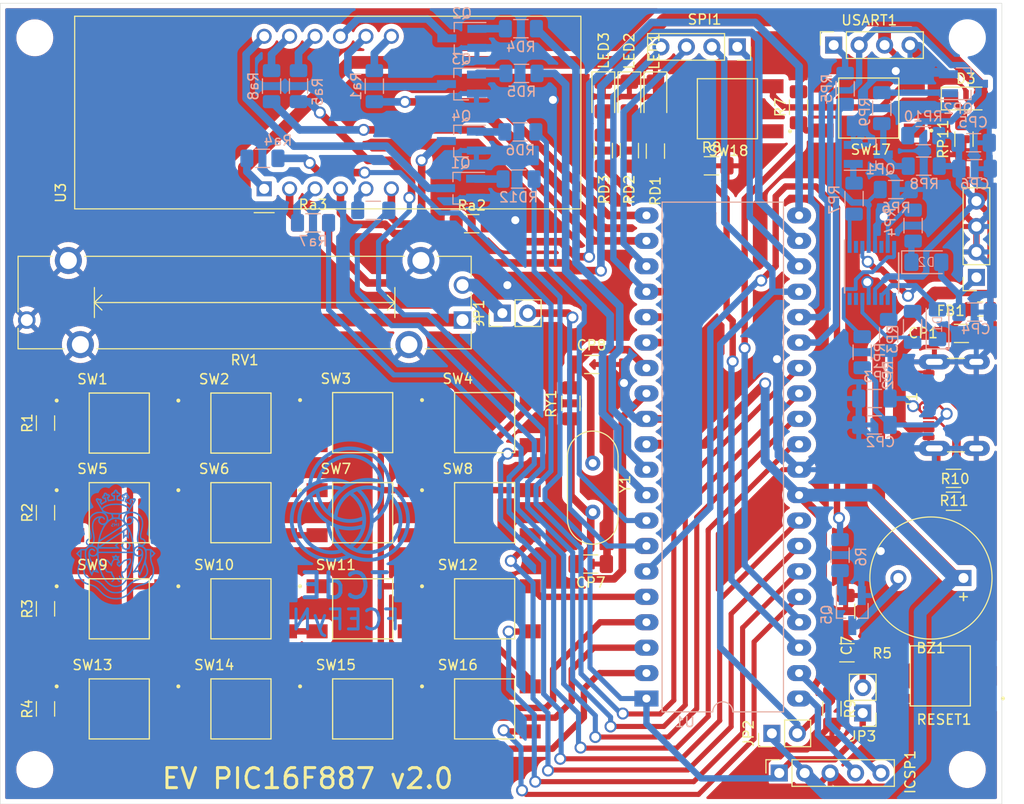
<source format=kicad_pcb>
(kicad_pcb (version 20240108) (generator "pcbnew") (generator_version "8.0")
  (layers (0 "F.Cu" signal) (31 "B.Cu" signal) (34 "B.Paste" user) (35 "F.Paste" user) (36 "B.SilkS" user "B.Silkscreen") (37 "F.SilkS" user "F.Silkscreen") (38 "B.Mask" user) (39 "F.Mask" user) (44 "Edge.Cuts" user))
  (net 0 "")
  (net 1 "MCLR")
  (net 2 "Net-(LED1-A)")
  (net 3 "Net-(U1-RA7{slash}OSC1{slash}CLKIN)")
  (net 4 "Net-(U1-RA6{slash}OSC2{slash}CLKOUT)")
  (net 5 "Net-(BZ1-+)")
  (net 6 "RA4")
  (net 7 "RA5")
  (net 8 "e")
  (net 9 "d")
  (net 10 "GND")
  (net 11 "Net-(CP1-Pad2)")
  (net 12 "SDO")
  (net 13 "RA1")
  (net 14 "RC0")
  (net 15 "Net-(LED2-A)")
  (net 16 "RC1")
  (net 17 "SDI")
  (net 18 "RD0")
  (net 19 "RD1")
  (net 20 "RD2")
  (net 21 "SCK")
  (net 22 "RA2")
  (net 23 "+3.3V")
  (net 24 "c")
  (net 25 "DP")
  (net 26 "b")
  (net 27 "a")
  (net 28 "+5V")
  (net 29 "Net-(D1-K)")
  (net 30 "RD3")
  (net 31 "RB0")
  (net 32 "RB1")
  (net 33 "RB2")
  (net 34 "f")
  (net 35 "g")
  (net 36 "Net-(LED3-A)")
  (net 37 "RC2")
  (net 39 "Net-(D2-K)")
  (net 40 "Net-(U2-USBDM)")
  (net 41 "Net-(U2-USBDP)")
  (net 43 "Net-(U2-CBUS1)")
  (net 44 "Net-(U2-CBUS2)")
  (net 45 "TXpic")
  (net 46 "RXpic")
  (net 49 "RB3")
  (net 50 "RA0")
  (net 51 "ICSPCLK")
  (net 52 "ICSPDAT")
  (net 53 "RA3")
  (net 54 "Net-(JP1-A)")
  (net 55 "Net-(Q1-B)")
  (net 56 "Net-(Q2-B)")
  (net 57 "Net-(Q3-B)")
  (net 58 "RD4")
  (net 59 "RD5")
  (net 60 "RD6")
  (net 61 "RD7")
  (net 62 "RE1")
  (net 63 "RE2")
  (net 64 "RE0")
  (net 65 "RB4")
  (net 66 "RB5")
  (net 67 "Net-(Q5-B)")
  (net 68 "Net-(QP1-B)")
  (net 69 "Net-(QP1-C)")
  (net 70 "Net-(QP2-B)")
  (net 71 "Net-(U2-RXD)")
  (net 72 "Net-(U2-TXD)")
  (net 73 "Net-(D3-K)")
  (net 74 "Net-(CP2-Pad1)")
  (net 75 "Net-(CP3-Pad1)")
  (net 76 "Net-(J1-CC1)")
  (net 77 "Net-(J1-CC2)")
  (net 78 "Net-(JP3-B)")
  (net 79 "Net-(Q4-B)")
  (net 80 "DISPLAY1")
  (net 81 "DISPLAY2")
  (net 82 "DISPLAY3")
  (net 83 "DISPLAY4")
  (footprint "GitHub:SW_TS04-66-43-BK-100-SMT" (layer "F.Cu") (at 48.3582 41.8948)
    (property "Reference" "SW4")
    (property "Value" "SW_Push")
  )
  (footprint "Crystal:Crystal_HC18-U_Vertical" (layer "F.Cu") (at 59.1568 50.8408 90)
    (property "Reference" "Y1")
    (property "Value" "Crystal")
  )
  (footprint "Resistor_SMD:R_1206_3216Metric_Pad1.30x1.75mm_HandSolder" (layer "F.Cu") (at 71.01 16.24)
    (property "Reference" "R8")
    (property "Value" "10K")
  )
  (footprint "Capacitor_SMD:C_1206_3216Metric_Pad1.33x1.80mm_HandSolder" (layer "F.Cu") (at 95.962 32.9846 180)
    (property "Reference" "CP1")
    (property "Value" "10nF")
  )
  (footprint "GitHub:SW_TS04-66-43-BK-100-SMT" (layer "F.Cu") (at 24.0316 50.8948)
    (property "Reference" "SW6")
    (property "Value" "SW_Push")
  )
  (footprint "Resistor_SMD:R_1206_3216Metric_Pad1.30x1.75mm_HandSolder" (layer "F.Cu") (at 95.1748 49.7486 180)
    (property "Reference" "R10")
    (property "Value" "5.1k")
  )
  (footprint "GitHub:SW_TS04-66-43-BK-100-SMT" (layer "F.Cu") (at 48.3582 50.8948)
    (property "Reference" "SW8")
    (property "Value" "SW_Push")
  )
  (footprint "GitHub:SW_TS04-66-43-BK-100-SMT" (layer "F.Cu") (at 11.8838 50.8948)
    (property "Reference" "SW5")
    (property "Value" "SW_Push")
  )
  (footprint "Resistor_SMD:R_1206_3216Metric_Pad1.30x1.75mm_HandSolder" (layer "F.Cu") (at 95.1748 47.4626 180)
    (property "Reference" "R11")
    (property "Value" "5.1k")
  )
  (footprint "LED_SMD:LED_1206_3216Metric_Pad1.42x1.75mm_HandSolder" (layer "F.Cu") (at 60.21 9.32 -90)
    (property "Reference" "LED3")
    (property "Value" "LED")
  )
  (footprint "Resistor_SMD:R_1206_3216Metric_Pad1.30x1.75mm_HandSolder" (layer "F.Cu") (at 56.9724 39.9696 90)
    (property "Reference" "RY1")
    (property "Value" "10M")
  )
  (footprint "Resistor_SMD:R_1206_3216Metric_Pad1.30x1.75mm_HandSolder" (layer "F.Cu") (at 62.81 14.72 -90)
    (property "Reference" "RD2")
    (property "Value" "220R")
  )
  (footprint "Capacitor_SMD:C_1206_3216Metric_Pad1.33x1.80mm_HandSolder" (layer "F.Cu") (at 59.0536 36.086 180)
    (property "Reference" "CP8")
    (property "Value" "47pF")
  )
  (footprint "Capacitor_SMD:C_1206_3216Metric_Pad1.33x1.80mm_HandSolder" (layer "F.Cu") (at 58.9536 56.0224 180)
    (property "Reference" "CP7")
    (property "Value" "47pF")
  )
  (footprint "Connector_PinHeader_2.54mm:PinHeader_1x02_P2.54mm_Vertical" (layer "F.Cu") (at 77.0384 72.9388 90)
    (property "Reference" "JP2")
    (property "Value" "Jumper_2_Bridged" (hide yes))
  )
  (footprint "Resistor_SMD:R_1206_3216Metric_Pad1.30x1.75mm_HandSolder" (layer "F.Cu") (at 60.21 14.72 -90)
    (property "Reference" "RD3")
    (property "Value" "220R")
  )
  (footprint "GitHub:SW_TS04-66-43-BK-100-SMT" (layer "F.Cu") (at 48.3582 70.4948)
    (property "Reference" "SW16")
    (property "Value" "SW_Push")
  )
  (footprint "Potentiometer_THT:Potentiometer_Bourns_PTA3043_Single_Slide" (layer "F.Cu") (at 46.15 31.65 180)
    (property "Reference" "RV1")
    (property "Value" "R_Potentiometer_MountingPin")
  )
  (footprint "LED_SMD:LED_1206_3216Metric_Pad1.42x1.75mm_HandSolder" (layer "F.Cu") (at 65.41 9.32 -90)
    (property "Reference" "LED1")
    (property "Value" "LED")
  )
  (footprint "Buzzer_Beeper:MagneticBuzzer_ProSignal_ABT-410-RC" (layer "F.Cu") (at 96.17 57.42 180)
    (property "Reference" "BZ1")
    (property "Value" "Buzzer")
  )
  (footprint "Connector_USB:USB_C_Receptacle_GCT_USB4105-xx-A_16P_TopMnt_Horizontal" (layer "F.Cu") (at 96.3684 40.1474 90)
    (property "Reference" "J1")
    (property "Value" "USB_C_Receptacle_USB2.0_14P")
  )
  (footprint "GitHub:SW_TS04-66-43-BK-100-SMT" (layer "F.Cu") (at 11.8838 41.9402)
    (property "Reference" "SW1")
    (property "Value" "SW_Push")
  )
  (footprint "Capacitor_SMD:C_1206_3216Metric_Pad1.33x1.80mm_HandSolder" (layer "F.Cu") (at 84.4 60.73 90)
    (property "Reference" "C7")
    (property "Value" "100nF")
  )
  (footprint "GitHub:SW_TS04-66-43-BK-100-SMT" (layer "F.Cu") (at 72.6 10.54 180)
    (property "Reference" "SW18")
    (property "Value" "SW_Push")
  )
  (footprint "Connector_PinSocket_2.54mm:PinSocket_1x04_P2.54mm_Vertical" (layer "F.Cu") (at 73.584 4.3588 -90)
    (property "Reference" "SPI1")
    (property "Value" "Conn_01x04" (hide yes))
  )
  (footprint "GitHub:SW_TS04-66-43-BK-100-SMT" (layer "F.Cu") (at 86.71 10.47 180)
    (property "Reference" "SW17")
    (property "Value" "SW_Push")
  )
  (footprint "LED_SMD:LED_1206_3216Metric_Pad1.42x1.75mm_HandSolder" (layer "F.Cu") (at 62.81 9.32 -90)
    (property "Reference" "LED2")
    (property "Value" "LED")
  )
  (footprint "GitHub:SW_TS04-66-43-BK-100-SMT" (layer "F.Cu") (at 24.0316 60.4948)
    (property "Reference" "SW10")
    (property "Value" "SW_Push")
  )
  (footprint "Connector_PinHeader_2.54mm:PinHeader_1x02_P2.54mm_Vertical" (layer "F.Cu") (at 86.106 70.9068 180)
    (property "Reference" "JP3")
    (property "Value" "Jumper_2_Bridged")
  )
  (footprint "Resistor_SMD:R_1206_3216Metric_Pad1.30x1.75mm_HandSolder" (layer "F.Cu") (at 96.216 13.579 -90)
    (property "Reference" "RP11")
    (property "Value" "220R")
  )
  (footprint "Resistor_SMD:R_1206_3216Metric_Pad1.30x1.75mm_HandSolder" (layer "F.Cu") (at 4.5178 70.4948 90)
    (property "Reference" "R4")
    (property "Value" "10K")
  )
  (footprint "Resistor_SMD:R_1206_3216Metric_Pad1.30x1.75mm_HandSolder" (layer "F.Cu") (at 83.0326 70.475 -90)
    (property "Reference" "R9")
    (property "Value" "10K")
  )
  (footprint "Resistor_SMD:R_1206_3216Metric_Pad1.30x1.75mm_HandSolder" (layer "F.Cu") (at 84.5312 64.887)
    (property "Reference" "R5")
    (property "Value" "10K")
  )
  (footprint "GitHub:SW_TS04-66-43-BK-100-SMT" (layer "F.Cu") (at 93.853 67.1984 180)
    (property "Reference" "RESET1")
    (property "Value" "SW_Push")
  )
  (footprint "GitHub:SW_TS04-66-43-BK-100-SMT" (layer "F.Cu") (at 24.0316 41.9402)
    (property "Reference" "SW2")
    (property "Value" "SW_Push")
  )
  (footprint "Resistor_SMD:R_1206_3216Metric_Pad1.30x1.75mm_HandSolder" (layer "F.Cu") (at 4.5178 41.9402 90)
    (property "Reference" "R1")
    (property "Value" "10K")
  )
  (footprint "GitHub:SW_TS04-66-43-BK-100-SMT" (layer "F.Cu") (at 36.1828 60.4948)
    (property "Reference" "SW11")
    (property "Value" "SW_Push")
  )
  (footprint "Resistor_SMD:R_1206_3216Metric_Pad1.30x1.75mm_HandSolder" (layer "F.Cu") (at 47.07 22.02)
    (property "Reference" "Ra2")
    (property "Value" "220R")
  )
  (footprint "Resistor_SMD:R_1206_3216Metric_Pad1.30x1.75mm_HandSolder" (layer "F.Cu") (at 4.5178 60.4948 90)
    (property "Reference" "R3")
    (property "Value" "10K")
  )
  (footprint "GitHub:SW_TS04-66-43-BK-100-SMT" (layer "F.Cu") (at 11.8838 60.4948)
    (property "Reference" "SW9")
    (property "Value" "SW_Push")
  )
  (footprint "MountingHole:MountingHole_3.2mm_M3" (layer "F.Cu") (at 3.45 76.55)
    (property "Reference" "REF3" (hide yes))
    (property "Value" "MountingHole_3.2mm_M3" (hide yes))
  )
  (footprint "Inductor_SMD:L_0805_2012Metric_Pad1.15x1.40mm_HandSolder" (layer "F.Cu") (at 97.8416 30.5462 180)
    (property "Reference" "FB1")
    (property "Value" "FerriteBead")
  )
  (footprint "Connector_PinHeader_2.54mm:PinHeader_1x02_P2.54mm_Vertical" (layer "F.Cu") (at 50.13 30.96 90)
    (property "Reference" "JP1")
    (property "Value" "Jumper_2_Bridged" (hide yes))
  )
  (footprint "Display_7Segment:CA56-12EWA" (layer "F.Cu") (at 26.35 18.54 90)
    (property "Reference" "U3")
    (property "Value" "CC56-12EWA")
  )
  (footprint "GitHub:SW_TS04-66-43-BK-100-SMT" (layer "F.Cu") (at 11.8838 70.4948)
    (property "Reference" "SW13")
    (property "Value" "SW_Push")
  )
  (footprint "Resistor_SMD:R_1206_3216Metric_Pad1.30x1.75mm_HandSolder" (layer "F.Cu") (at 65.41 14.77 -90)
    (property "Reference" "RD1")
    (property "Value" "220R")
  )
  (footprint "Resistor_SMD:R_1206_3216Metric_Pad1.30x1.75mm_HandSolder" (layer "F.Cu") (at 79.7 10.39 90)
    (property "Reference" "R7")
    (property "Value" "10K")
  )
  (footprint "MountingHole:MountingHole_3.2mm_M3" (layer "F.Cu") (at 96.55 3.45)
    (property "Reference" "REF4" (hide yes))
    (property "Value" "MountingHole_3.2mm_M3" (hide yes))
  )
  (footprint "Resistor_SMD:R_1206_3216Metric_Pad1.30x1.75mm_HandSolder" (layer "F.Cu") (at 4.5178 50.8948 90)
    (property "Reference" "R2")
    (property "Value" "10K")
  )
  (footprint "GitHub:SW_TS04-66-43-BK-100-SMT" (layer "F.Cu") (at 36.1828 50.8948)
    (property "Reference" "SW7")
    (property "Value" "SW_Push")
  )
  (footprint "MountingHole:MountingHole_3.2mm_M3" (layer "F.Cu") (at 96.55 76.55)
    (property "Reference" "REF4" (hide yes))
    (property "Value" "MountingHole_3.2mm_M3" (hide yes))
  )
  (footprint "Connector_PinSocket_2.54mm:PinSocket_1x04_P2.54mm_Vertical" (layer "F.Cu") (at 97.461 27.3866 180)
    (property "Reference" "POWER1" (hide yes))
    (property "Value" "Conn_01x04" (hide yes))
  )
  (footprint "Connector_PinSocket_2.54mm:PinSocket_1x05_P2.54mm_Vertical" (layer "F.Cu") (at 77.7748 76.9012 90)
    (property "Reference" "ICSP1")
    (property "Value" "Conn_01x05_Socket" (hide yes))
  )
  (footprint "GitHub:SW_TS04-66-43-BK-100-SMT" (layer "F.Cu") (at 36.1828 41.8948)
    (property "Reference" "SW3")
    (property "Value" "SW_Push")
  )
  (footprint "GitHub:SW_TS04-66-43-BK-100-SMT" (layer "F.Cu") (at 24.0316 70.4948)
    (property "Reference" "SW14")
    (property "Value" "SW_Push")
  )
  (footprint "Connector_PinSocket_2.54mm:PinSocket_1x04_P2.54mm_Vertical" (layer "F.Cu") (at 83.2104 4.181 90)
    (property "Reference" "USART1")
    (property "Value" "Conn_01x04" (hide yes))
  )
  (footprint "GitHub:SW_TS04-66-43-BK-100-SMT" (layer "F.Cu") (at 48.3582 60.4948)
    (property "Reference" "SW12")
    (property "Value" "SW_Push")
  )
  (footprint "LED_SMD:LED_1206_3216Metric_Pad1.42x1.75mm_HandSolder" (layer "F.Cu") (at 96.4192 9.515)
    (property "Reference" "D3")
    (property "Value" "LED")
  )
  (footprint "Resistor_SMD:R_1206_3216Metric_Pad1.30x1.75mm_HandSolder" (layer "F.Cu") (at 31.22 21.94)
    (property "Reference" "Ra3")
    (property "Value" "220R")
  )
  (footprint "GitHub:SW_TS04-66-43-BK-100-SMT" (layer "F.Cu") (at 36.1828 70.4948)
    (property "Reference" "SW15")
    (property "Value" "SW_Push")
  )
  (footprint "MountingHole:MountingHole_3.2mm_M3" (layer "F.Cu") (at 3.45 3.45)
    (property "Reference" "REF4" (hide yes))
    (property "Value" "MountingHole_3.2mm_M3" (hide yes))
  )
  (footprint "Taller:Logo" (layer "B.Cu") (at 34.9064 50.5644 180)
    (property "Reference" "TCdE FCEFYN" (hide yes))
    (property "Value" "Logo" (hide yes))
  )
  (footprint "LED_SMD:LED_1206_3216Metric_Pad1.42x1.75mm_HandSolder" (layer "B.Cu") (at 92.4568 25.8726)
    (property "Reference" "D2")
    (property "Value" "LED")
  )
  (footprint "Huellas:SOT-23_Handsoldering-mod" (layer "B.Cu") (at 45.9584 18.4756 180)
    (property "Reference" "Q1")
    (property "Value" "2N3904")
  )
  (footprint "Resistor_SMD:R_1206_3216Metric_Pad1.30x1.75mm_HandSolder" (layer "B.Cu") (at 92.1508 13.2234 180)
    (property "Reference" "RP10")
    (property "Value" "10K")
  )
  (footprint "Resistor_SMD:R_1206_3216Metric_Pad1.30x1.75mm_HandSolder" (layer "B.Cu") (at 27.0876 8.28 -90)
    (property "Reference" "Ra8")
    (property "Value" "220R")
  )
  (footprint "Resistor_SMD:R_1206_3216Metric_Pad1.30x1.75mm_HandSolder" (layer "B.Cu") (at 37.24 20.69)
    (property "Reference" "Ra6")
    (property "Value" "220R")
  )
  (footprint "Huellas:SOT-23_Handsoldering-mod" (layer "B.Cu") (at 46.0868 3.5048 180)
    (property "Reference" "Q2")
    (property "Value" "2N3904")
  )
  (footprint "Huellas:SOT-23_Handsoldering-mod" (layer "B.Cu") (at 86.665 15.103)
    (property "Reference" "QP1")
    (property "Value" "2N3904")
  )
  (footprint "Resistor_SMD:R_1206_3216Metric_Pad1.30x1.75mm_HandSolder" (layer "B.Cu") (at 29.78 8.28 -90)
    (property "Reference" "Ra5")
    (property "Value" "220R")
  )
  (footprint "Huellas:SOT-23_Handsoldering-mod" (layer "B.Cu") (at 96.1646 8.0418)
    (property "Reference" "QP2")
    (property "Value" "2N3904")
  )
  (footprint "Resistor_SMD:R_1206_3216Metric_Pad1.30x1.75mm_HandSolder" (layer "B.Cu") (at 89.4088 18.6082)
    (property "Reference" "RP6")
    (property "Value" "3K3")
  )
  (footprint "Huellas:SOT-23_Handsoldering-mod" (layer "B.Cu") (at 46.0448 8.0768 180)
    (property "Reference" "Q3")
    (property "Value" "2N3904")
  )
  (footprint "Resistor_SMD:R_1206_3216Metric_Pad1.30x1.75mm_HandSolder" (layer "B.Cu") (at 92.2016 16.2714 180)
    (property "Reference" "RP8")
    (property "Value" "10K")
  )
  (footprint "Resistor_SMD:R_1206_3216Metric_Pad1.30x1.75mm_HandSolder" (layer "B.Cu") (at 51.9288 12.852)
    (property "Reference" "RD6")
    (property "Value" "4.7k")
  )
  (footprint "Resistor_SMD:R_1206_3216Metric_Pad1.30x1.75mm_HandSolder" (layer "B.Cu") (at 37.3492 8.28 -90)
    (property "Reference" "Ra1")
    (property "Value" "220R")
  )
  (footprint "Capacitor_SMD:C_1206_3216Metric_Pad1.33x1.80mm_HandSolder" (layer "B.Cu") (at 87.2752 39.487 180)
    (property "Reference" "CP3")
    (property "Value" "47pF")
  )
  (footprint "Capacitor_SMD:C_1206_3216Metric_Pad1.33x1.80mm_HandSolder" (layer "B.Cu") (at 97.2828 16.5254 180)
    (property "Reference" "CP6")
    (property "Value" "100nF")
  )
  (footprint "Capacitor_SMD:C_1206_3216Metric_Pad1.33x1.80mm_HandSolder" (layer "B.Cu") (at 97.1812 13.9346 180)
    (property "Reference" "CP5")
    (property "Value" "4,7uF")
  )
  (footprint "Capacitor_SMD:C_1206_3216Metric_Pad1.33x1.80mm_HandSolder" (layer "B.Cu") (at 97.2828 30.851 180)
    (property "Reference" "CP4")
    (property "Value" "100nF")
  )
  (footprint "Resistor_SMD:R_1206_3216Metric_Pad1.30x1.75mm_HandSolder" (layer "B.Cu") (at 91.136 22.215 90)
    (property "Reference" "RP4")
    (property "Value" "220R")
  )
  (footprint "Package_DIP:DIP-40_W15.24mm_LongPads" (layer "B.Cu") (at 64.5162 69.459)
    (property "Reference" "U1")
    (property "Value" "PIC16F887-IP")
  )
  (footprint "Resistor_SMD:R_1206_3216Metric_Pad1.30x1.75mm_HandSolder" (layer "B.Cu") (at 91.0852 32.3242 -90)
    (property "Reference" "RP3")
    (property "Value" "220R")
  )
  (footprint "Resistor_SMD:R_1206_3216Metric_Pad1.30x1.75mm_HandSolder" (layer "B.Cu") (at 88.0112 10.4802 -90)
    (property "Reference" "RP9")
    (property "Value" "1K")
  )
  (footprint "Resistor_SMD:R_1206_3216Metric_Pad1.30x1.75mm_HandSolder" (layer "B.Cu") (at 85.2432 19.5226 -90)
    (property "Reference" "RP7")
    (property "Value" "4K7")
  )
  (footprint "Resistor_SMD:R_1206_3216Metric_Pad1.30x1.75mm_HandSolder" (layer "B.Cu") (at 51.9796 2.5396)
    (property "Reference" "RD4")
    (property "Value" "4.7k")
  )
  (footprint "Libreria_Propia:unc_logo_8x11mm" (layer "B.Cu") (at 11.5316 54.0666 180)
    (property "Reference" "G***" (hide yes))
    (property "Value" "LOGO" (hide yes))
  )
  (footprint "Resistor_SMD:R_1206_3216Metric_Pad1.30x1.75mm_HandSolder" (layer "B.Cu") (at 52.0392 7.01)
    (property "Reference" "RD5")
    (property "Value" "4.7k")
  )
  (footprint "LED_SMD:LED_1206_3216Metric_Pad1.42x1.75mm_HandSolder" (layer "B.Cu") (at 93.5744 32.0702 90)
    (property "Reference" "D1")
    (property "Value" "LED")
  )
  (footprint "Resistor_SMD:R_1206_3216Metric_Pad1.30x1.75mm_HandSolder" (layer "B.Cu") (at 51.7496 17.5612)
    (property "Reference" "RD12")
    (property "Value" "4.7k")
  )
  (footprint "Huellas:SOT-23_Handsoldering-mod" (layer "B.Cu") (at 46.036 13.7664 180)
    (property "Reference" "Q4")
    (property "Value" "2N3904")
  )
  (footprint "Taller:Logo" (layer "B.Cu") (at 34.9064 50.564399 180)
    (property "Reference" "TCdE FCEFYN" (hide yes))
    (property "Value" "Logo" (hide yes))
  )
  (footprint "Resistor_SMD:R_1206_3216Metric_Pad1.30x1.75mm_HandSolder" (layer "B.Cu") (at 84.3534 8.5498 -90)
    (property "Reference" "RP5")
    (property "Value" "2K2")
  )
  (footprint "Libreria_Propia:unc_logo_8x11mm" (layer "B.Cu") (at 11.5316 54.0666 180)
    (property "Reference" "G***" (hide yes))
    (property "Value" "LOGO" (hide yes))
  )
  (footprint "Capacitor_SMD:C_1206_3216Metric_Pad1.33x1.80mm_HandSolder" (layer "B.Cu") (at 87.2752 42.1286 180)
    (property "Reference" "CP2")
    (property "Value" "47pF")
  )
  (footprint "Resistor_SMD:R_1206_3216Metric_Pad1.30x1.75mm_HandSolder" (layer "B.Cu") (at 26.1732 15.4936)
    (property "Reference" "Ra4")
    (property "Value" "220R")
  )
  (footprint "Resistor_SMD:R_1206_3216Metric_Pad1.30x1.75mm_HandSolder" (layer "B.Cu") (at 83.8454 55.1334 90)
    (property "Reference" "R6")
    (property "Value" "4.7k")
  )
  (footprint "Package_SO:SSOP-16_3.9x4.9mm_P0.635mm" (layer "B.Cu") (at 87.0212 26.9394 -90)
    (property "Reference" "U2" (hide yes))
    (property "Value" "FT230XS")
  )
  (footprint "Huellas:SOT-23_Handsoldering-mod" (layer "B.Cu") (at 85.0646 60.6706 -90)
    (property "Reference" "Q5")
    (property "Value" "2N3904")
  )
  (footprint "Resistor_SMD:R_1206_3216Metric_Pad1.30x1.75mm_HandSolder" (layer "B.Cu") (at 86.056 34.8642 -90)
    (property "Reference" "RP1")
    (property "Value" "27R")
  )
  (footprint "Resistor_SMD:R_1206_3216Metric_Pad1.30x1.75mm_HandSolder" (layer "B.Cu") (at 88.6976 33.137 -90)
    (property "Reference" "RP2")
    (property "Value" "27R")
  )
  (footprint "Resistor_SMD:R_1206_3216Metric_Pad1.30x1.75mm_HandSolder" (layer "B.Cu") (at 31.23 21.94)
    (property "Reference" "Ra7")
    (property "Value" "220R")
  )
  (gr_rect (start 0 0) (end 100 80) (stroke (width 0.05)) (fill none) (layer "Edge.Cuts"))
  (gr_text "EV PIC16F887 v2.0" (at 15.97 78.62 0) (layer "F.SilkS") (effects (font (size 2 2) (thickness 0.3)) (justify left bottom)))
  (segment (start 83.3079 75.5337) (end 86.106 72.7356) (width 0.635) (layer "F.Cu") (net 1))
  (segment (start 79.1423 75.5337) (end 83.3079 75.5337) (width 0.635) (layer "F.Cu") (net 1))
  (segment (start 86.106 72.7356) (end 86.106 70.9068) (width 0.635) (layer "F.Cu") (net 1))
  (segment (start 77.7748 76.9012) (end 79.1423 75.5337) (width 0.635) (layer "F.Cu") (net 1))
  (segment (start 64.5162 69.459) (end 64.5162 71.9736) (width 0.635) (layer "B.Cu") (net 1))
  (segment (start 55.8842 47.095858) (end 54.3879 48.592158) (width 0.508) (layer "B.Cu") (net 1))
  (segment (start 54.3879 48.592158) (end 54.3879 49.5263) (width 0.508) (layer "B.Cu") (net 1))
  (segment (start 55.8842 29.3596) (end 55.8842 47.095858) (width 0.508) (layer "B.Cu") (net 1))
  (segment (start 58.8805 66.3805) (end 61.959 69.459) (width 0.508) (layer "B.Cu") (net 1))
  (segment (start 58.8805 54.0189) (end 58.8805 66.3805) (width 0.508) (layer "B.Cu") (net 1))
  (segment (start 61.959 69.459) (end 64.5162 69.459) (width 0.508) (layer "B.Cu") (net 1))
  (segment (start 53.2996 26.775) (end 55.8842 29.3596) (width 0.508) (layer "B.Cu") (net 1))
  (segment (start 54.3879 49.5263) (end 58.8805 54.0189) (width 0.508) (layer "B.Cu") (net 1))
  (segment (start 53.2996 17.5612) (end 53.2996 26.775) (width 0.508) (layer "B.Cu") (net 1))
  (segment (start 77.2414 77.4346) (end 77.7748 76.9012) (width 0.635) (layer "B.Cu") (net 1))
  (segment (start 64.5162 71.9736) (end 69.9772 77.4346) (width 0.635) (layer "B.Cu") (net 1))
  (segment (start 69.9772 77.4346) (end 77.2414 77.4346) (width 0.635) (layer "B.Cu") (net 1))
  (segment (start 65.41 13.22) (end 65.41 10.8075) (width 0.635) (layer "F.Cu") (net 2))
  (segment (start 56.9724 49.2152) (end 58.598 50.8408) (width 0.762) (layer "F.Cu") (net 3))
  (segment (start 57.3911 56.0224) (end 58.8721 57.5034) (width 0.762) (layer "F.Cu") (net 3))
  (segment (start 61.279738 57.5034) (end 62.11 56.673138) (width 0.762) (layer "F.Cu") (net 3))
  (segment (start 62.11 41.3852) (end 64.5162 38.979) (width 0.762) (layer "F.Cu") (net 3))
  (segment (start 62.11 56.673138) (end 62.11 41.3852) (width 0.762) (layer "F.Cu") (net 3))
  (segment (start 58.8721 57.5034) (end 61.279738 57.5034) (width 0.762) (layer "F.Cu") (net 3))
  (segment (start 58.9536 51.044) (end 58.9536 54.4599) (width 0.762) (layer "F.Cu") (net 3))
  (segment (start 56.9724 41.5196) (end 56.9724 49.2152) (width 0.762) (layer "F.Cu") (net 3))
  (segment (start 58.598 50.8408) (end 59.1568 50.8408) (width 0.762) (layer "F.Cu") (net 3))
  (segment (start 58.9536 54.4599) (end 57.3911 56.0224) (width 0.762) (layer "F.Cu") (net 3))
  (segment (start 59.1568 50.8408) (end 58.9536 51.044) (width 0.762) (layer "F.Cu") (net 3))
  (segment (start 56.9724 38.4196) (end 56.9724 36.6047) (width 0.762) (layer "F.Cu") (net 4))
  (segment (start 59.1568 45.9408) (end 58.9536 45.7376) (width 0.762) (layer "F.Cu") (net 4))
  (segment (start 58.9721 34.605) (end 62.6822 34.605) (width 0.762) (layer "F.Cu") (net 4))
  (segment (start 57.4911 36.086) (end 58.9721 34.605) (width 0.762) (layer "F.Cu") (net 4))
  (segment (start 58.9536 37.5485) (end 57.4911 36.086) (width 0.762) (layer "F.Cu") (net 4))
  (segment (start 58.9536 45.7376) (end 58.9536 37.5485) (width 0.762) (layer "F.Cu") (net 4))
  (segment (start 56.9724 36.6047) (end 57.4911 36.086) (width 0.762) (layer "F.Cu") (net 4))
  (segment (start 62.6822 34.605) (end 64.5162 36.439) (width 0.762) (layer "F.Cu") (net 4))
  (segment (start 85.5266 62.1706) (end 85.0646 62.1706) (width 0.762) (layer "B.Cu") (net 5))
  (segment (start 89.67 57.42) (end 89.67 58.0272) (width 0.762) (layer "B.Cu") (net 5))
  (segment (start 89.67 58.0272) (end 85.5266 62.1706) (width 0.762) (layer "B.Cu") (net 5))
  (segment (start 81.4326 18.3034) (end 78.41 18.3034) (width 0.635) (layer "F.Cu") (net 6))
  (segment (start 77.4194 19.294) (end 77.4194 26.2537) (width 0.635) (layer "F.Cu") (net 6))
  (segment (start 83.5406 20.4114) (end 81.4326 18.3034) (width 0.635) (layer "F.Cu") (net 6))
  (segment (start 83.744601 51.424199) (end 83.5406 51.220198) (width 0.635) (layer "F.Cu") (net 6))
  (segment (start 77.4194 26.2537) (end 75.9717 27.7014) (width 0.635) (layer "F.Cu") (net 6))
  (segment (start 78.41 18.3034) (end 77.4194 19.294) (width 0.635) (layer "F.Cu") (net 6))
  (segment (start 83.5406 51.220198) (end 83.5406 20.4114) (width 0.635) (layer "F.Cu") (net 6))
  (via (at 75.9717 27.7014) (size 1.2) (drill 0.8) (layers "F.Cu" "B.Cu") (net 6))
  (via (at 83.744601 51.424199) (size 1.2) (drill 0.8) (layers "F.Cu" "B.Cu") (net 6))
  (segment (start 70.8916 50.3836) (end 64.5162 56.759) (width 0.635) (layer "B.Cu") (net 6))
  (segment (start 70.8916 32.502) (end 70.8916 50.3836) (width 0.635) (layer "B.Cu") (net 6))
  (segment (start 83.8454 51.524998) (end 83.744601 51.424199) (width 0.635) (layer "B.Cu") (net 6))
  (segment (start 75.9717 27.7014) (end 75.6922 27.7014) (width 0.635) (layer "B.Cu") (net 6))
  (segment (start 75.6922 27.7014) (end 70.8916 32.502) (width 0.635) (layer "B.Cu") (net 6))
  (segment (start 83.8454 53.5834) (end 83.8454 51.524998) (width 0.635) (layer "B.Cu") (net 6))
  (segment (start 56.7004 30.96) (end 57.1248 31.3844) (width 0.762) (layer "F.Cu") (net 7))
  (segment (start 52.67 30.96) (end 56.7004 30.96) (width 0.762) (layer "F.Cu") (net 7))
  (via (at 57.1248 31.3844) (size 1.2) (drill 0.8) (layers "F.Cu" "B.Cu") (net 7))
  (segment (start 56.8462 50.4606) (end 56.8462 31.663) (width 0.508) (layer "B.Cu") (net 7))
  (segment (start 60.6046 54.219) (end 56.8462 50.4606) (width 0.508) (layer "B.Cu") (net 7))
  (segment (start 64.5162 54.219) (end 60.6046 54.219) (width 0.508) (layer "B.Cu") (net 7))
  (segment (start 56.8462 31.663) (end 57.1248 31.3844) (width 0.508) (layer "B.Cu") (net 7))
  (segment (start 24.6232 16.8132) (end 26.35 18.54) (width 0.762) (layer "B.Cu") (net 8))
  (segment (start 24.6232 15.4936) (end 24.6232 16.8132) (width 0.762) (layer "B.Cu") (net 8))
  (segment (start 29.67 21.7088) (end 28.89 20.9288) (width 0.762) (layer "F.Cu") (net 9))
  (segment (start 29.67 21.94) (end 29.67 21.7088) (width 0.762) (layer "F.Cu") (net 9))
  (segment (start 28.89 20.9288) (end 28.89 18.54) (width 0.762) (layer "F.Cu") (net 9))
  (segment (start 97.4434 44.4674) (end 97.4434 35.8274) (width 0.254) (layer "F.Cu") (net 10))
  (segment (start 79.7 7.895) (end 80.8232 6.7718) (width 0.635) (layer "F.Cu") (net 10))
  (segment (start 80.7282 6.36) (end 81.14 6.7718) (width 0.635) (layer "F.Cu") (net 10))
  (segment (start 87.91 54.73) (end 85.75 54.73) (width 0.635) (layer "F.Cu") (net 10))
  (segment (start 56.9991 7.8325) (end 55.18 9.6516) (width 0.635) (layer "F.Cu") (net 10))
  (segment (start 95.4989 20.9391) (end 96.0935 20.9391) (width 0.635) (layer "F.Cu") (net 10))
  (segment (start 89.303 69.4484) (end 90.3732 70.5186) (width 1.27) (layer "F.Cu") (net 10))
  (segment (start 72.56 16.24) (end 72.56 8.95) (width 0.635) (layer "F.Cu") (net 10))
  (segment (start 93.23 12.143) (end 93.23 6.5806) (width 1.27) (layer "F.Cu") (net 10))
  (segment (start 88.202414 21.322806) (end 85.4972 24.02802) (width 0.635) (layer "F.Cu") (net 10))
  (segment (start 79.7 8.84) (end 79.7 7.895) (width 0.635) (layer "F.Cu") (net 10))
  (segment (start 76.4073 75.7795) (end 76.4073 78.0229) (width 0.635) (layer "F.Cu") (net 10))
  (segment (start 76.6572 78.2728) (end 81.4832 78.2728) (width 0.635) (layer "F.Cu") (net 10))
  (segment (start 60.5792 39.633506) (end 60.5792 55.9593) (width 0.762) (layer "F.Cu") (net 10))
  (segment (start 58.9889 7.8325) (end 56.9991 7.8325) (width 0.635) (layer "F.Cu") (net 10))
  (segment (start 77.0384 35.55) (end 71.0694 41.519) (width 0.762) (layer "F.Cu") (net 10))
  (segment (start 90.3732 77.1552) (end 88.9422 78.5862) (width 1.27) (layer "F.Cu") (net 10))
  (segment (start 88.79131 20.73391) (end 95.29371 20.73391) (width 0.635) (layer "F.Cu") (net 10))
  (segment (start 93.23 6.5806) (end 90.8304 4.181) (width 1.27) (layer "F.Cu") (net 10))
  (segment (start 97.4434 35.8274) (end 93.2634 35.8274) (width 0.254) (layer "F.Cu") (net 10))
  (segment (start 60.6161 36.278594) (end 60.6161 36.086) (width 0.762) (layer "F.Cu") (net 10))
  (segment (start 97.461 22.3066) (end 97.461 24.8466) (width 0.635) (layer "F.Cu") (net 10))
  (segment (start 62.275106 37.9376) (end 60.6161 36.278594) (width 0.762) (layer "F.Cu") (net 10))
  (segment (start 81.14 6.7718) (end 89.4082 6.7718) (width 0.635) (layer "F.Cu") (net 10))
  (segment (start 75.15 6.36) (end 80.7282 6.36) (width 0.635) (layer "F.Cu") (net 10))
  (segment (start 80.8232 6.7718) (end 81.14 6.7718) (width 0.635) (layer "F.Cu") (net 10))
  (segment (start 84.5398 78.5862) (end 82.8548 76.9012) (width 1.27) (layer "F.Cu") (net 10))
  (segment (start 60.5792 55.9593) (end 60.5161 56.0224) (width 0.762) (layer "F.Cu") (net 10))
  (segment (start 92.6884 36.9474) (end 92.6884 36.4024) (width 0.254) (layer "F.Cu") (net 10))
  (segment (start 92.6884 43.8924) (end 93.2634 44.4674) (width 0.254) (layer "F.Cu") (net 10))
  (segment (start 77.5464 35.55) (end 77.0384 35.55) (width 0.762) (layer "F.Cu") (net 10))
  (segment (start 77.6478 74.539) (end 76.4073 75.7795) (width 0.635) (layer "F.Cu") (net 10))
  (segment (start 71.0694 41.519) (end 64.5162 41.519) (width 0.762) (layer "F.Cu") (net 10))
  (segment (start 95.29371 20.73391) (end 95.4989 20.9391) (width 0.635) (layer "F.Cu") (net 10))
  (segment (start 92.6884 43.3474) (end 92.6884 43.8924) (width 0.254) (layer "F.Cu") (net 10))
  (segment (start 89.303 69.4484) (end 98.403 69.4484) (width 0.889) (layer "F.Cu") (net 10))
  (segment (start 90.3732 70.5186) (end 90.3732 77.1552) (width 1.27) (layer "F.Cu") (net 10))
  (segment (start 92.6884 36.4024) (end 93.2634 35.8274) (width 0.254) (layer "F.Cu") (net 10))
  (segment (start 81.4832 78.2728) (end 82.8548 76.9012) (width 0.635) (layer "F.Cu") (net 10))
  (segment (start 96.216 15.129) (end 96.0935 15.2515) (width 0.635) (layer "F.Cu") (net 10))
  (segment (start 97.4434 35.8274) (end 97.4434 33.0657) (width 0.254) (layer "F.Cu") (net 10))
  (segment (start 84.4 56.08) (end 84.4 59.1675) (width 0.635) (layer "F.Cu") (net 10))
  (segment (start 96.0935 20.9391) (end 97.461 22.3066) (width 0.635) (layer "F.Cu") (net 10))
  (segment (start 93.6248 44.8288) (end 93.2634 44.4674) (width 0.508) (layer "F.Cu") (net 10))
  (segment (start 72.56 8.95) (end 75.15 6.36) (width 0.635) (layer "F.Cu") (net 10))
  (segment (start 96.0935 15.2515) (end 96.0935 20.9391) (width 0.635) (layer "F.Cu") (net 10))
  (segment (start 97.4434 33.0657) (end 97.5245 32.9846) (width 0.254) (layer "F.Cu") (net 10))
  (segment (start 85.4972 26.787) (end 86.564 27.8538) (width 0.635) (layer "F.Cu") (net 10))
  (segment (start 93.6248 47.4626) (end 93.6248 44.8288) (width 0.508) (layer "F.Cu") (net 10))
  (segment (start 93.6248 47.4626) (end 93.6248 49.7486) (width 0.508) (layer "F.Cu") (net 10))
  (segment (start 85.75 54.73) (end 84.4 56.08) (width 0.635) (layer "F.Cu") (net 10))
  (segment (start 88.202414 21.322806) (end 88.79131 20.73391) (width 0.635) (layer "F.Cu") (net 10))
  (segment (start 80.5186 74.539) (end 77.6478 74.539) (width 0.635) (layer "F.Cu") (net 10))
  (segment (start 76.4073 78.0229) (end 76.6572 78.2728) (width 0.635) (layer "F.Cu") (net 10))
  (segment (start 96.216 15.129) (end 93.23 12.143) (width 1.27) (layer "F.Cu") (net 10))
  (segment (start 65.41 7.8325) (end 60.21 7.8325) (width 0.635) (layer "F.Cu") (net 10))
  (segment (start 62.275106 37.9376) (end 60.5792 39.633506) (width 0.762) (layer "F.Cu") (net 10))
  (segment (start 85.4972 24.02802) (end 85.4972 26.787) (width 0.635) (layer "F.Cu") (net 10))
  (segment (start 60.21 7.8325) (end 58.9889 7.8325) (width 0.635) (layer "F.Cu") (net 10))
  (segment (start 63.9899 6.6526) (end 62.81 7.8325) (width 1.016) (layer "F.Cu") (net 10))
  (segment (start 88.9422 78.5862) (end 84.5398 78.5862) (width 1.27) (layer "F.Cu") (net 10))
  (segment (start 83.0326 72.025) (end 80.5186 74.539) (width 0.635) (layer "F.Cu") (net 10))
  (via (at 77.5464 35.55) (size 1.2) (drill 0.8) (layers "F.Cu" "B.Cu") (net 10))
  (via (at 62.275106 37.9376) (size 1.2) (drill 0.8) (layers "F.Cu" "B.Cu") (net 10))
  (via (at 51.42 21.67) (size 1.2) (drill 0.8) (layers "F.Cu" "B.Cu") (net 10))
  (via (at 55.18 9.6516) (size 1.2) (drill 0.8) (layers "F.Cu" "B.Cu") (net 10))
  (via (at 50.63 28.16) (size 1.2) (drill 0.8) (layers "F.Cu" "B.Cu") (net 10))
  (via (at 89.4082 6.7718) (size 1.2) (drill 0.8) (layers "F.Cu" "B.Cu") (net 10))
  (via (at 87.91 54.73) (size 1.2) (drill 0.8) (layers "F.Cu" "B.Cu") (net 10))
  (via (at 86.564 27.8538) (size 1.2) (drill 0.8) (layers "F.Cu" "B.Cu") (net 10))
  (via (at 88.202414 21.322806) (size 1.2) (drill 0.8) (layers "F.Cu" "B.Cu") (net 10))
  (segment (start 85.979 59.135) (end 86.0146 59.1706) (width 0.635) (layer "B.Cu") (net 10))
  (segment (start 49.385538 9.6516) (end 49.133169 9.399231) (width 0.635) (layer "B.Cu") (net 10))
  (segment (start 90.91702 18.6082) (end 88.202414 21.322806) (width 0.635) (layer "B.Cu") (net 10))
  (segment (start 97.4956 44.5196) (end 97.4434 44.4674) (width 0.635) (layer "B.Cu") (net 10))
  (segment (start 51.4306 18.7858) (end 51.4306 16.5194) (width 0.762) (layer "B.Cu") (net 10))
  (segment (start 89.4082 6.7718) (end 94.3446 6.7718) (width 0.635) (layer "B.Cu") (net 10))
  (segment (start 49.133169 9.399231) (end 48.760738 9.0268) (width 0.762) (layer "B.Cu") (net 10))
  (segment (start 89.4082 6.7718) (end 88.052264 6.7718) (width 0.635) (layer "B.Cu") (net 10))
  (segment (start 93.2634 44.4674) (end 97.4434 44.4674) (width 0.254) (layer "B.Cu") (net 10))
  (segment (start 90.9588 18.6082) (end 90.91702 18.6082) (width 0.635) (layer "B.Cu") (net 10))
  (segment (start 98.7437 13.9346) (end 98.7437 16.4238) (width 0.635) (layer "B.Cu") (net 10))
  (segment (start 98.8453 26.2309) (end 97.461 24.8466) (width 0.635) (layer "B.Cu") (net 10))
  (segment (start 98.8453 30.851) (end 98.8453 26.2309) (width 0.635) (layer "B.Cu") (net 10))
  (segment (start 87.3387 24.3394) (end 87.3387 22.18652) (width 0.381) (layer "B.Cu") (net 10))
  (segment (start 85.7127 42.1286) (end 88.0515 44.4674) (width 0.635) (layer "B.Cu") (net 10))
  (segment (start 98.8453 30.851) (end 98.8453 34.4255) (width 0.635) (layer "B.Cu") (net 10))
  (segment (start 79.7562 46.599) (end 80.1372 46.599) (width 0.762) (layer "B.Cu") (net 10))
  (segment (start 87.91 54.73) (end 85.979 56.661) (width 0.635) (layer "B.Cu") (net 10))
  (segment (start 47.5448 9.0268) (end 50.679538 9.0268) (width 0.762) (layer "B.Cu") (net 10))
  (segment (start 55.18 9.6516) (end 49.385538 9.6516) (width 0.635) (layer "B.Cu") (net 10))
  (segment (start 51.7202 7.986138) (end 51.7202 6.033862) (width 0.762) (layer "B.Cu") (net 10))
  (segment (start 85.7127 39.487) (end 85.7127 42.1286) (width 0.635) (layer "B.Cu") (net 10))
  (segment (start 98.7437 16.4238) (end 98.8453 16.5254) (width 0.635) (layer "B.Cu") (net 10))
  (segment (start 93.1179 44.6129) (end 93.2634 44.4674) (width 0.635) (layer "B.Cu") (net 10))
  (segment (start 79.7562 46.599) (end 77.5464 44.3892) (width 0.762) (layer "B.Cu") (net 10))
  (segment (start 86.7037 27.9935) (end 86.564 27.8538) (width 0.381) (layer "B.Cu") (net 10))
  (segment (start 47.4584 19.4256) (end 50.7908 19.4256) (width 0.762) (layer "B.Cu") (net 10))
  (segment (start 51.7202 6.033862) (end 50.141138 4.4548) (width 0.762) (layer "B.Cu") (net 10))
  (segment (start 98.8453 34.4255) (end 97.4434 35.8274) (width 0.635) (layer "B.Cu") (net 10))
  (segment (start 50.7908 19.4256) (end 51.4306 18.7858) (width 0.762) (layer "B.Cu") (net 10))
  (segment (start 85.9536 13.3644) (end 85.165 14.153) (width 0.635) (layer "B.Cu") (net 10))
  (segment (start 85.9536 8.870464) (end 85.9536 13.3644) (width 0.635) (layer "B.Cu") (net 10))
  (segment (start 62.275106 37.9376) (end 62.275106 40.395506) (width 0.762) (layer "B.Cu") (net 10))
  (segment (start 77.5464 44.3892) (end 77.5464 35.55) (width 0.762) (layer "B.Cu") (net 10))
  (segment (start 98.8453 20.9223) (end 97.461 22.3066) (width 0.635) (layer "B.Cu") (net 10))
  (segment (start 87.3387 22.18652) (end 88.202414 21.322806) (width 0.381) (layer "B.Cu") (net 10))
  (segment (start 47.536 14.7164) (end 50.721538 14.7164) (width 0.762) (layer "B.Cu") (net 10))
  (segment (start 49.6276 14.7164) (end 47.536 14.7164) (width 0.762) (layer "B.Cu") (net 10))
  (segment (start 51.4306 16.5194) (end 49.6276 14.7164) (width 0.762) (layer "B.Cu") (net 10))
  (segment (start 84.6076 42.1286) (end 85.7127 42.1286) (width 0.762) (layer "B.Cu") (net 10))
  (segment (start 88.0515 44.4674) (end 93.2634 44.4674) (width 0.635) (layer "B.Cu") (net 10))
  (segment (start 51.6098 11.875862) (end 49.133169 9.399231) (width 0.762) (layer "B.Cu") (net 10))
  (segment (start 51.6098 13.828138) (end 51.6098 11.875862) (width 0.762) (layer "B.Cu") (net 10))
  (segment (start 85.979 56.661) (end 85.979 59.135) (width 0.635) (layer "B.Cu") (net 10))
  (segment (start 63.3986 41.519) (end 64.5162 41.519) (width 0.762) (layer "B.Cu") (net 10))
  (segment (start 94.3446 6.7718) (end 94.6646 7.0918) (width 0.635) (layer "B.Cu") (net 10))
  (segment (start 86.7037 29.5394) (end 86.7037 27.9935) (width 0.381) (layer "B.Cu") (net 10))
  (segment (start 50.721538 14.7164) (end 51.6098 13.828138) (width 0.762) (layer "B.Cu") (net 10))
  (segment (start 94.6646 7.0918) (end 91.7538 4.181) (width 0.635) (layer "B.Cu") (net 10))
  (segment (start 80.1372 46.599) (end 84.6076 42.1286) (width 0.762) (layer "B.Cu") (net 10))
  (segment (start 50.679538 9.0268) (end 51.7202 7.986138) (width 0.762) (layer "B.Cu") (net 10))
  (segment (start 48.760738 9.0268) (end 47.5448 9.0268) (width 0.762) (layer "B.Cu") (net 10))
  (segment (start 91.7538 4.181) (end 90.8304 4.181) (width 0.635) (layer "B.Cu") (net 10))
  (segment (start 88.052264 6.7718) (end 85.9536 8.870464) (width 0.635) (layer "B.Cu") (net 10))
  (segment (start 50.141138 4.4548) (end 47.5868 4.4548) (width 0.762) (layer "B.Cu") (net 10))
  (segment (start 62.275106 40.395506) (end 63.3986 41.519) (width 0.762) (layer "B.Cu") (net 10))
  (segment (start 98.8453 16.5254) (end 98.8453 20.9223) (width 0.635) (layer "B.Cu") (net 10))
  (segment (start 90.7587 42.5649) (end 91.9409 42.5649) (width 0.635) (layer "F.Cu") (net 11))
  (segment (start 96.8166 30.5462) (end 96.8166 30.5675) (width 0.635) (layer "F.Cu") (net 11))
  (segment (start 93.493684 32.9846) (end 94.3995 32.9846) (width 0.635) (layer "F.Cu") (net 11))
  (segment (start 89.9168 41.723) (end 90.7587 42.5649) (width 0.635) (layer "F.Cu") (net 11))
  (segment (start 91.758 42.5474) (end 92.6884 42.5474) (width 0.508) (layer "F.Cu") (net 11))
  (segment (start 89.7636 41.5698) (end 89.7636 34.8896) (width 1.27) (layer "F.Cu") (net 11))
  (segment (start 96.8166 30.5675) (end 94.3995 32.9846) (width 0.635) (layer "F.Cu") (net 11))
  (segment (start 89.9168 41.723) (end 89.7636 41.5698) (width 0.889) (layer "F.Cu") (net 11))
  (segment (start 90.996 37.7474) (end 92.6884 37.7474) (width 0.508) (layer "F.Cu") (net 11))
  (segment (start 89.7636 34.8896) (end 91.6686 32.9846) (width 1.27) (layer "F.Cu") (net 11))
  (segment (start 91.6686 32.9846) (end 94.3995 32.9846) (width 1.27) (layer "F.Cu") (net 11))
  (segment (start 89.9168 38.8266) (end 90.996 37.7474) (width 0.508) (layer "F.Cu") (net 11))
  (segment (start 79.5784 72.9388) (end 79.7814 72.9388) (width 0.635) (layer "F.Cu") (net 12))
  (segment (start 83.0326 69.6876) (end 83.0326 68.925) (width 0.635) (layer "F.Cu") (net 12))
  (segment (start 79.7814 72.9388) (end 83.0326 69.6876) (width 0.635) (layer "F.Cu") (net 12))
  (segment (start 72.2886 21.8876) (end 77.0892 26.6882) (width 0.635) (layer "B.Cu") (net 12))
  (segment (start 71.8822 64.3282) (end 71.8822 34.0514) (width 0.635) (layer "B.Cu") (net 12))
  (segment (start 77.0892 26.6882) (end 77.0892 28.8444) (width 0.635) (layer "B.Cu") (net 12))
  (segment (start 77.1146 28.819) (end 77.0892 28.8444) (width 0.635) (layer "B.Cu") (net 12))
  (segment (start 71.044 4.3588) (end 72.2886 5.6034) (width 0.635) (layer "B.Cu") (net 12))
  (segment (start 72.2886 5.6034) (end 72.2886 21.8876) (width 0.635) (layer "B.Cu") (net 12))
  (segment (start 79.7562 28.819) (end 77.1146 28.819) (width 0.635) (layer "B.Cu") (net 12))
  (segment (start 71.8822 34.0514) (end 77.0892 28.8444) (width 0.635) (layer "B.Cu") (net 12))
  (segment (start 79.5784 72.9388) (end 79.5784 72.0244) (width 0.635) (layer "B.Cu") (net 12))
  (segment (start 79.5784 72.0244) (end 71.8822 64.3282) (width 0.635) (layer "B.Cu") (net 12))
  (segment (start 64.5162 64.379) (end 59.233 64.379) (width 0.635) (layer "F.Cu") (net 13))
  (segment (start 57.0567 66.5553) (end 57.0567 69.7301) (width 0.635) (layer "F.Cu") (net 13))
  (segment (start 25.2188 43.053) (end 28.5816 39.6902) (width 0.635) (layer "F.Cu") (net 13))
  (segment (start 28.5816 48.6448) (end 28.5264 48.7) (width 0.635) (layer "F.Cu") (net 13))
  (segment (start 25.2188 65.882) (end 25.2188 58.19) (width 0.635) (layer "F.Cu") (net 13))
  (segment (start 28.5816 58.2448) (end 25.2736 58.2448) (width 0.635) (layer "F.Cu") (net 13))
  (segment (start 55.4168 71.37) (end 30.7068 71.37) (width 0.635) (layer "F.Cu") (net 13))
  (segment (start 28.5264 48.7) (end 25.2526 48.7) (width 0.635) (layer "F.Cu") (net 13))
  (segment (start 59.233 64.379) (end 57.0567 66.5553) (width 0.635) (layer "F.Cu") (net 13))
  (segment (start 25.2188 58.19) (end 25.2188 49.611) (width 0.635) (layer "F.Cu") (net 13))
  (segment (start 25.2736 58.2448) (end 25.2188 58.19) (width 0.635) (layer "F.Cu") (net 13))
  (segment (start 30.7068 71.37) (end 25.2188 65.882) (width 0.635) (layer "F.Cu") (net 13))
  (segment (start 25.2188 49.611) (end 25.2188 43.053) (width 0.635) (layer "F.Cu") (net 13))
  (segment (start 57.0567 69.7301) (end 55.4168 71.37) (width 0.635) (layer "F.Cu") (net 13))
  (segment (start 71.0948 30.1652) (end 67.361 33.899) (width 0.762) (layer "F.Cu") (net 14))
  (segment (start 65.41 16.32) (end 66.1144 17.0244) (width 0.762) (layer "F.Cu") (net 14))
  (segment (start 67.361 33.899) (end 64.5162 33.899) (width 0.762) (layer "F.Cu") (net 14))
  (segment (start 66.1144 17.0244) (end 67.14753 17.0244) (width 0.762) (layer "F.Cu") (net 14))
  (segment (start 71.0948 20.97167) (end 71.0948 30.1652) (width 0.762) (layer "F.Cu") (net 14))
  (segment (start 67.14753 17.0244) (end 71.0948 20.97167) (width 0.762) (layer "F.Cu") (net 14))
  (segment (start 62.81 10.8075) (end 62.81 13.17) (width 0.635) (layer "F.Cu") (net 15))
  (segment (start 68.7072 30.1144) (end 67.4626 31.359) (width 0.762) (layer "F.Cu") (net 16))
  (segment (start 68.7072 19.944544) (end 68.7072 30.1144) (width 0.762) (layer "F.Cu") (net 16))
  (segment (start 64.7672 18.2272) (end 66.989856 18.2272) (width 0.762) (layer "F.Cu") (net 16))
  (segment (start 62.81 16.27) (end 64.7672 18.2272) (width 0.762) (layer "F.Cu") (net 16))
  (segment (start 66.989856 18.2272) (end 68.7072 19.944544) (width 0.762) (layer "F.Cu") (net 16))
  (segment (start 67.4626 31.359) (end 64.5162 31.359) (width 0.762) (layer "F.Cu") (net 16))
  (segment (start 79.7562 26.279) (end 74.8286 21.3514) (width 0.635) (layer "B.Cu") (net 17))
  (segment (start 74.8286 5.6034) (end 73.584 4.3588) (width 0.635) (layer "B.Cu") (net 17))
  (segment (start 74.8286 21.3514) (end 74.8286 5.6034) (width 0.635) (layer "B.Cu") (net 17))
  (segment (start 59.233 23.739) (end 64.5162 23.739) (width 0.762) (layer "F.Cu") (net 18))
  (segment (start 48.184 12.69) (end 59.233 23.739) (width 0.762) (layer "F.Cu") (net 18))
  (segment (start 48.1428 12.6488) (end 48.184 12.69) (width 0.762) (layer "F.Cu") (net 18))
  (segment (start 36.2824 12.6488) (end 48.1428 12.6488) (width 0.762) (layer "F.Cu") (net 18))
  (via (at 36.2824 12.6488) (size 1.2) (drill 0.8) (layers "F.Cu" "B.Cu") (net 18))
  (segment (start 36.2824 12.6488) (end 29.9064 12.6488) (width 0.762) (layer "B.Cu") (net 18))
  (segment (start 29.9064 12.6488) (end 27.0876 9.83) (width 0.762) (layer "B.Cu") (net 18))
  (segment (start 64.5162 21.199) (end 60.736062 21.199) (width 0.762) (layer "F.Cu") (net 19))
  (segment (start 60.736062 21.199) (end 49.433062 9.896) (width 0.762) (layer "F.Cu") (net 19))
  (segment (start 49.391862 9.8548) (end 40.3972 9.8548) (width 0.762) (layer "F.Cu") (net 19))
  (via (at 40.3972 9.8548) (size 1.2) (drill 0.8) (layers "F.Cu" "B.Cu") (net 19))
  (segment (start 37.374 9.8548) (end 37.3492 9.83) (width 0.762) (layer "B.Cu") (net 19))
  (segment (start 40.3972 9.8548) (end 37.374 9.8548) (width 0.762) (layer "B.Cu") (net 19))
  (segment (start 55.966 23.8248) (end 50.4248 23.8248) (width 0.762) (layer "F.Cu") (net 20))
  (segment (start 50.4248 23.8248) (end 48.62 22.02) (width 0.762) (layer "F.Cu") (net 20))
  (segment (start 58.7886 25.3266) (end 57.4678 25.3266) (width 0.762) (layer "F.Cu") (net 20))
  (segment (start 57.4678 25.3266) (end 55.966 23.8248) (width 0.762) (layer "F.Cu") (net 20))
  (via (at 58.7886 25.3266) (size 1.2) (drill 0.8) (layers "F.Cu" "B.Cu") (net 20))
  (segment (start 58.86 8.078586) (end 65.018186 1.9204) (width 0.762) (layer "B.Cu") (net 20))
  (segment (start 65.018186 1.9204) (end 75.368074 1.9204) (width 0.762) (layer "B.Cu") (net 20))
  (segment (start 58.7886 25.3266) (end 58.86 25.2552) (width 0.762) (layer "B.Cu") (net 20))
  (segment (start 75.368074 1.9204) (end 79.7562 6.308526) (width 0.762) (layer "B.Cu") (net 20))
  (segment (start 58.86 25.2552) (end 58.86 8.078586) (width 0.762) (layer "B.Cu") (net 20))
  (segment (start 79.7562 6.308526) (end 79.7562 21.199) (width 0.762) (layer "B.Cu") (net 20))
  (segment (start 68.504 4.3588) (end 68.504 4.5874) (width 0.635) (layer "B.Cu") (net 21))
  (segment (start 62.2302 23.993) (end 64.5162 26.279) (width 0.635) (layer "B.Cu") (net 21))
  (segment (start 68.504 4.5874) (end 62.2302 10.8612) (width 0.635) (layer "B.Cu") (net 21))
  (segment (start 62.2302 10.8612) (end 62.2302 23.993) (width 0.635) (layer "B.Cu") (net 21))
  (segment (start 64.5162 61.839) (end 64.2114 61.839) (width 0.635) (layer "F.Cu") (net 22))
  (segment (start 55.1944 69.678768) (end 54.473168 70.4) (width 0.635) (layer "F.Cu") (net 22))
  (segment (start 39.2528 39.713) (end 37.995 40.9708) (width 0.635) (layer "F.Cu") (net 22))
  (segment (start 37.995 58.17) (end 37.995 65.507) (width 0.635) (layer "F.Cu") (net 22))
  (segment (start 42.888 70.4) (end 40.7328 68.2448) (width 0.635) (layer "F.Cu") (net 22))
  (segment (start 40.7328 48.6448) (end 37.995 48.6448) (width 0.635) (layer "F.Cu") (net 22))
  (segment (start 40.7328 58.2448) (end 38.0698 58.2448) (width 0.635) (layer "F.Cu") (net 22))
  (segment (start 54.473168 70.4) (end 42.888 70.4) (width 0.635) (layer "F.Cu") (net 22))
  (segment (start 55.1944 66.538) (end 55.1944 69.678768) (width 0.635) (layer "F.Cu") (net 22))
  (segment (start 37.995 65.507) (end 40.7328 68.2448) (width 0.635) (layer "F.Cu") (net 22))
  (segment (start 59.8934 61.839) (end 55.1944 66.538) (width 0.635) (layer "F.Cu") (net 22))
  (segment (start 38.0698 58.2448) (end 37.995 58.17) (width 0.635) (layer "F.Cu") (net 22))
  (segment (start 40.1628 39.663) (end 40.1128 39.713) (width 0.635) (layer "F.Cu") (net 22))
  (segment (start 37.995 49.6618) (end 37.995 58.17) (width 0.635) (layer "F.Cu") (net 22))
  (segment (start 37.995 40.9708) (end 37.995 49.6618) (width 0.635) (layer "F.Cu") (net 22))
  (segment (start 64.5162 61.839) (end 59.8934 61.839) (width 0.635) (layer "F.Cu") (net 22))
  (segment (start 40.1128 39.713) (end 39.2528 39.713) (width 0.635) (layer "F.Cu") (net 22))
  (segment (start 87.9864 26.5838) (end 90.628 29.2254) (width 0.635) (layer "F.Cu") (net 23))
  (segment (start 86.6148 25.8218) (end 87.3768 26.5838) (width 0.635) (layer "F.Cu") (net 23))
  (segment (start 87.3768 26.5838) (end 87.9864 26.5838) (width 0.635) (layer "F.Cu") (net 23))
  (via (at 90.628 29.2254) (size 1.2) (drill 0.8) (layers "F.Cu" "B.Cu") (net 23))
  (via (at 86.6148 25.8218) (size 1.2) (drill 0.8) (layers "F.Cu" "B.Cu") (net 23))
  (segment (start 88.6087 28.5584) (end 88.8053 28.3618) (width 0.381) (layer "B.Cu") (net 23))
  (segment (start 93.78475 30.597) (end 93.7919 30.597) (width 0.508) (layer "B.Cu") (net 23))
  (segment (start 87.9737 29.1934) (end 88.6087 28.5584) (width 0.381) (layer "B.Cu") (net 23))
  (segment (start 91.39715 28.2094) (end 91.39715 28.45625) (width 0.508) (layer "B.Cu") (net 23))
  (segment (start 86.6148 25.8218) (end 86.5701 25.8218) (width 0.381) (layer "B.Cu") (net 23))
  (segment (start 86.0687 25.3204) (end 86.0687 24.3394) (width 0.381) (layer "B.Cu") (net 23))
  (segment (start 95.7203 30.851) (end 95.7203 29.1273) (width 0.635) (layer "B.Cu") (net 23))
  (segment (start 93.7919 30.597) (end 95.4663 30.597) (width 0.635) (layer "B.Cu") (net 23))
  (segment (start 88.9577 28.2094) (end 91.39715 28.2094) (width 0.508) (layer "B.Cu") (net 23))
  (segment (start 87.9737 29.5394) (end 87.9737 29.1934) (width 0.381) (layer "B.Cu") (net 23))
  (segment (start 95.7203 29.1273) (end 95.7203 29.0853) (width 0.635) (layer "B.Cu") (net 23))
  (segment (start 93.9443 27.3093) (end 93.9443 25.8726) (width 0.635) (layer "B.Cu") (net 23))
  (segment (start 91.39715 28.2094) (end 93.78475 30.597) (width 0.508) (layer "B.Cu") (net 23))
  (segment (start 88.8053 28.3618) (end 88.9577 28.2094) (width 0.508) (layer "B.Cu") (net 23))
  (segment (start 86.5701 25.8218) (end 86.0687 25.3204) (width 0.381) (layer "B.Cu") (net 23))
  (segment (start 88.6087 29.5394) (end 88.6087 28.5584) (width 0.381) (layer "B.Cu") (net 23))
  (segment (start 95.7203 29.1273) (end 97.461 27.3866) (width 0.635) (layer "B.Cu") (net 23))
  (segment (start 91.39715 28.45625) (end 90.628 29.2254) (width 0.508) (layer "B.Cu") (net 23))
  (segment (start 95.4663 30.597) (end 95.7203 30.851) (width 0.635) (layer "B.Cu") (net 23))
  (segment (start 95.7203 29.0853) (end 93.9443 27.3093) (width 0.635) (layer "B.Cu") (net 23))
  (segment (start 45.52 22.02) (end 44.5187 23.0213) (width 0.762) (layer "F.Cu") (net 24))
  (segment (start 33.97 20.95) (end 33.97 18.54) (width 0.762) (layer "F.Cu") (net 24))
  (segment (start 38.419526 22.09) (end 35.11 22.09) (width 0.762) (layer "F.Cu") (net 24))
  (segment (start 44.5187 23.0213) (end 39.350826 23.0213) (width 0.762) (layer "F.Cu") (net 24))
  (segment (start 39.350826 23.0213) (end 38.419526 22.09) (width 0.762) (layer "F.Cu") (net 24))
  (segment (start 35.11 22.09) (end 33.97 20.95) (width 0.762) (layer "F.Cu") (net 24))
  (segment (start 29.68 21.94) (end 29.68 21.71) (width 0.762) (layer "B.Cu") (net 25))
  (segment (start 29.68 21.71) (end 29.6276 21.6576) (width 0.762) (layer "B.Cu") (net 25))
  (segment (start 29.6276 21.6576) (end 29.6276 20.3424) (width 0.762) (layer "B.Cu") (net 25))
  (segment (start 29.6276 20.3424) (end 31.43 18.54) (width 0.762) (layer "B.Cu") (net 25))
  (segment (start 37.3492 6.73) (end 37.3492 5.0008) (width 0.762) (layer "B.Cu") (net 26))
  (segment (start 37.3492 5.0008) (end 39.05 3.3) (width 0.762) (layer "B.Cu") (net 26))
  (segment (start 27.0876 5.1024) (end 28.89 3.3) (width 0.762) (layer "B.Cu") (net 27))
  (segment (start 27.0876 6.73) (end 27.0876 5.1024) (width 0.762) (layer "B.Cu") (net 27))
  (segment (start 82.16 10.1447) (end 82.4201 10.4048) (width 0.635) (layer "F.Cu") (net 28))
  (segment (start 82.0928 51.4756) (end 79.7562 49.139) (width 0.889) (layer "F.Cu") (net 28))
  (segment (start 95.35 57.42) (end 87.7062 49.7762) (width 1.27) (layer "F.Cu") (net 28))
  (segment (start 98.8666 28.946) (end 95.0722 28.946) (width 0.635) (layer "F.Cu") (net 28))
  (segment (start 82.16 8.22) (end 82.16 10.1447) (width 0.635) (layer "F.Cu") (net 28))
  (segment (start 93.3196 28.946) (end 95.0722 28.946) (width 1.27) (layer "F.Cu") (net 28))
  (segment (start 97.926 9.5343) (end 97.926 19.3016) (width 1.27) (layer "F.Cu") (net 28))
  (segment (start 90.5257 6.308916) (end 88.397784 4.181) (width 0.635) (layer "F.Cu") (net 28))
  (segment (start 97.9067 9.515) (end 97.926 9.5343) (width 1.27) (layer "F.Cu") (net 28))
  (segment (start 91.26 8.22) (end 90.5257 7.4857) (width 0.635) (layer "F.Cu") (net 28))
  (segment (start 88.397784 4.181) (end 88.2904 4.181) (width 0.635) (layer "F.Cu") (net 28))
  (segment (start 87.7062 34.5594) (end 93.3196 28.946) (width 1.27) (layer "F.Cu") (net 28))
  (segment (start 77.15 9.26) (end 77.15 8.29) (width 0.635) (layer "F.Cu") (net 28))
  (segment (start 87.7062 49.7762) (end 87.7062 34.5594) (width 1.27) (layer "F.Cu") (net 28))
  (segment (start 88.2904 1.6661) (end 88.2904 4.181) (width 1.27) (layer "F.Cu") (net 28))
  (segment (start 95.0722 28.946) (end 94.743 28.946) (width 0.635) (layer "F.Cu") (net 28))
  (segment (start 90.5257 7.4857) (end 90.5257 6.308916) (width 0.635) (layer "F.Cu") (net 28))
  (segment (start 70.2948 44.059) (end 64.5162 44.059) (width 0.889) (layer "F.Cu") (net 28))
  (segment (start 66.27375 1.6661) (end 62.02985 5.91) (width 1.27) (layer "F.Cu") (net 28))
  (segment (start 28.7 31.65) (end 46.15 31.65) (width 1.27) (layer "F.Cu") (net 28))
  (segment (start 87.9401 10.4048) (end 82.4201 10.4048) (width 0.635) (layer "F.Cu") (net 28))
  (segment (start 34.895803 5.91) (end 24.37 16.435803) (width 1.27) (layer "F.Cu") (net 28))
  (segment (start 97.926 19.3016) (end 97.461 19.7666) (width 1.27) (layer "F.Cu") (net 28))
  (segment (start 96.17 57.42) (end 95.35 57.42) (width 1.27) (layer "F.Cu") (net 28))
  (segment (start 97.9067 8.3109) (end 97.9067 9.515) (width 1.27) (layer "F.Cu") (net 28))
  (segment (start 88.2904 1.6661) (end 91.2619 1.6661) (width 1.27) (layer "F.Cu") (net 28))
  (segment (start 62.02985 5.91) (end 34.895803 5.91) (width 1.27) (layer "F.Cu") (net 28))
  (segment (start 88.2904 1.6661) (end 66.27375 1.6661) (width 1.27) (layer "F.Cu") (net 28))
  (segment (start 82.4201 10.4048) (end 78.2948 10.4048) (width 0.635) (layer "F.Cu") (net 28))
  (segment (start 91.26 8.22) (end 90.1249 8.22) (width 0.635) (layer "F.Cu") (net 28))
  (segment (start 98.8666 30.5462) (end 98.8666 28.946) (width 0.635) (layer "F.Cu") (net 28))
  (segment (start 91.2619 1.6661) (end 97.9067 8.3109) (width 1.27) (layer "F.Cu") (net 28))
  (segment (start 78.2948 10.4048) (end 77.15 9.26) (width 0.635) (layer "F.Cu") (net 28))
  (segment (start 82.9812 64.887) (end 82.0928 63.9986) (width 0.889) (layer "F.Cu") (net 28))
  (segment (start 98.8666 28.946) (end 98.8666 21.1722) (width 0.635) (layer "F.Cu") (net 28))
  (segment (start 82.0928 63.9986) (end 82.0928 51.4756) (width 0.889) (layer "F.Cu") (net 28))
  (segment (start 76.3654 37.9884) (end 70.2948 44.059) (width 0.889) (layer "F.Cu") (net 28))
  (segment (start 90.1249 8.22) (end 87.9401 10.4048) (width 0.635) (layer "F.Cu") (net 28))
  (segment (start 98.8666 21.1722) (end 97.461 19.7666) (width 0.635) (layer "F.Cu") (net 28))
  (segment (start 24.37 16.435803) (end 24.37 27.32) (width 1.27) (layer "F.Cu") (net 28))
  (segment (start 24.37 27.32) (end 28.7 31.65) (width 1.27) (layer "F.Cu") (net 28))
  (via (at 76.3654 37.9884) (size 1.2) (drill 0.8) (layers "F.Cu" "B.Cu") (net 28))
  (segment (start 93.7516 16.2714) (end 93.7516 13.2742) (width 0.635) (layer "B.Cu") (net 28))
  (segment (start 76.3654 45.7482) (end 76.3654 37.9884) (width 0.889) (layer "B.Cu") (net 28))
  (segment (start 95.4663 16.2714) (end 95.7203 16.5254) (width 0.635) (layer "B.Cu") (net 28))
  (segment (start 93.7516 13.2742) (end 93.7008 13.2234) (width 0.635) (layer "B.Cu") (net 28))
  (segment (start 95.2631 16.0682) (end 95.7203 16.5254) (width 0.635) (layer "B.Cu") (net 28))
  (segment (start 79.7562 49.139) (end 76.3654 45.7482) (width 0.889) (layer "B.Cu") (net 28))
  (segment (start 77.0384 73.4934) (end 80.3148 76.7698) (width 0.635) (layer "B.Cu") (net 28))
  (segment (start 93.7008 13.2234) (end 94.9075 13.2234) (width 0.635) (layer "B.Cu") (net 28))
  (segment (start 91.84 60.85) (end 91.84 75.3838) (width 1.27) (layer "B.Cu") (net 28))
  (segment (start 96.17 57.42) (end 95.27 57.42) (width 1.27) (layer "B.Cu") (net 28))
  (segment (start 93.7516 16.2714) (end 95.4663 16.2714) (width 0.635) (layer "B.Cu") (net 28))
  (segment (start 95.27 57.42) (end 91.84 60.85) (width 1.27) (layer "B.Cu") (net 28))
  (segment (start 91.84 75.3838) (end 88.3588 78.865) (width 1.27) (layer "B.Cu") (net 28))
  (segment (start 77.0384 72.9388) (end 77.0384 73.4934) (width 0.635) (layer "B.Cu") (net 28))
  (segment (start 95.7203 18.0259) (end 97.461 19.7666) (width 0.635) (layer "B.Cu") (net 28))
  (segment (start 79.7562 49.139) (end 86.989 49.139) (width 1.27) (layer "B.Cu") (net 28))
  (segment (start 80.3148 76.7698) (end 80.3148 76.9012) (width 0.635) (layer "B.Cu") (net 28))
  (segment (start 94.9075 13.2234) (end 95.6187 13.9346) (width 0.635) (layer "B.Cu") (net 28))
  (segment (start 86.989 49.139) (end 95.27 57.42) (width 1.27) (layer "B.Cu") (net 28))
  (segment (start 88.3588 78.865) (end 82.2786 78.865) (width 1.27) (layer "B.Cu") (net 28))
  (segment (start 87.3387 28.5584) (end 88.2465 27.6506) (width 0.381) (layer "B.Cu") (net 28))
  (segment (start 92.0504 27.295) (end 92.4568 26.8886) (width 0.635) (layer "B.Cu") (net 28))
  (segment (start 88.2465 27.6506) (end 88.6021 27.295) (width 0.635) (layer "B.Cu") (net 28))
  (segment (start 82.2786 78.865) (end 80.3148 76.9012) (width 1.27) (layer "B.Cu") (net 28))
  (segment (start 95.7203 16.5254) (end 95.7203 18.0259) (width 0.635) (layer "B.Cu") (net 28))
  (segment (start 95.7203 16.5254) (end 95.7203 14.0362) (width 0.635) (layer "B.Cu") (net 28))
  (segment (start 92.4568 24.7708) (end 97.461 19.7666) (width 0.635) (layer "B.Cu") (net 28))
  (segment (start 95.7203 14.0362) (end 95.6187 13.9346) (width 0.635) (layer "B.Cu") (net 28))
  (segment (start 88.6021 27.295) (end 92.0504 27.295) (width 0.635) (layer "B.Cu") (net 28))
  (segment (start 92.4568 26.8886) (end 92.4568 24.7708) (width 0.635) (layer "B.Cu") (net 28))
  (segment (start 87.3387 29.5394) (end 87.3387 28.5584) (width 0.381) (layer "B.Cu") (net 28))
  (segment (start 93.5744 33.2634) (end 91.0852 30.7742) (width 0.635) (layer "B.Cu") (net 29))
  (segment (start 93.5744 33.5577) (end 93.5744 33.2634) (width 0.635) (layer "B.Cu") (net 29))
  (segment (start 57.491527 26.7108) (end 56.720727 25.94) (width 0.762) (layer "F.Cu") (net 30))
  (segment (start 43.08 27.94) (end 36.7 27.94) (width 0.762) (layer "F.Cu") (net 30))
  (segment (start 56.720727 25.94) (end 45.08 25.94) (width 0.762) (layer "F.Cu") (net 30))
  (segment (start 32.77 24.01) (end 32.77 21.94) (width 0.762) (layer "F.Cu") (net 30))
  (segment (start 45.08 25.94) (end 43.08 27.94) (width 0.762) (layer "F.Cu") (net 30))
  (segment (start 59.9696 26.7108) (end 57.491527 26.7108) (width 0.762) (layer "F.Cu") (net 30))
  (segment (start 36.7 27.94) (end 32.77 24.01) (width 0.762) (layer "F.Cu") (net 30))
  (via (at 59.9696 26.7108) (size 1.2) (drill 0.8) (layers "F.Cu" "B.Cu") (net 30))
  (segment (start 75.7271 19.7099) (end 75.7271 3.6399) (width 0.762) (layer "B.Cu") (net 30))
  (segment (start 65.37126 2.9278) (end 59.9696 8.32946) (width 0.762) (layer "B.Cu") (net 30))
  (segment (start 79.7562 23.739) (end 75.7271 19.7099) (width 0.762) (layer "B.Cu") (net 30))
  (segment (start 59.9696 8.32946) (end 59.9696 26.7108) (width 0.762) (layer "B.Cu") (net 30))
  (segment (start 75.7271 3.6399) (end 75.015 2.9278) (width 0.762) (layer "B.Cu") (net 30))
  (segment (start 75.015 2.9278) (end 65.37126 2.9278) (width 0.762) (layer "B.Cu") (net 30))
  (segment (start 55.9056 75.4789) (end 55.9057 75.4788) (width 0.508) (layer "F.Cu") (net 31))
  (segment (start 71.827368 71.672632) (end 71.827368 71.6432) (width 0.508) (layer "F.Cu") (net 31))
  (segment (start 55.9057 75.4788) (end 68.0212 75.4788) (width 0.508) (layer "F.Cu") (net 31))
  (segment (start 16.4338 44.1902) (end 19.4816 44.1902) (width 0.635) (layer "F.Cu") (net 31))
  (segment (start 71.8568 59.5784) (end 79.7562 51.679) (width 0.508) (layer "F.Cu") (net 31))
  (segment (start 5.2178 44.1902) (end 4.5178 43.4902) (width 0.635) (layer "F.Cu") (net 31))
  (segment (start 31.6328 44.1448) (end 28.5816 44.1448) (width 0.635) (layer "F.Cu") (net 31))
  (segment (start 50.6476 44.9988) (end 52.0542 44.9988) (width 0.635) (layer "F.Cu") (net 31))
  (segment (start 43.8082 44.1448) (end 40.7328 44.1448) (width 0.635) (layer "F.Cu") (net 31))
  (segment (start 52.0542 44.9988) (end 52.9082 44.1448) (width 0.635) (layer "F.Cu") (net 31))
  (segment (start 68.0212 75.4788) (end 71.827368 71.672632) (width 0.508) (layer "F.Cu") (net 31))
  (segment (start 71.827368 71.6432) (end 71.827368 59.5784) (width 0.508) (layer "F.Cu") (net 31))
  (segment (start 7.3338 44.1902) (end 5.2178 44.1902) (width 0.635) (layer "F.Cu") (net 31))
  (via (at 55.9056 75.4789) (size 1.2) (drill 0.8) (layers "F.Cu" "B.Cu") (net 31))
  (via (at 50.6476 44.9988) (size 1.2) (drill 0.8) (layers "F.Cu" "B.Cu") (net 31))
  (segment (start 52.0225 53.6633) (end 52.108584 53.6633) (width 0.508) (layer "B.Cu") (net 31))
  (segment (start 56 75.3845) (end 55.9056 75.4789) (width 0.508) (layer "B.Cu") (net 31))
  (segment (start 54.25 69) (end 56 70.75) (width 0.508) (layer "B.Cu") (net 31))
  (segment (start 49.962 45.6844) (end 49.962 51.6028) (width 0.508) (layer "B.Cu") (net 31))
  (segment (start 49.962 51.6028) (end 52.0225 53.6633) (width 0.508) (layer "B.Cu") (net 31))
  (segment (start 54.25 55.804716) (end 54.25 69) (width 0.508) (layer "B.Cu") (net 31))
  (segment (start 52.108584 53.6633) (end 54.25 55.804716) (width 0.508) (layer "B.Cu") (net 31))
  (segment (start 56 70.75) (end 56 75.3845) (width 0.508) (layer "B.Cu") (net 31))
  (segment (start 50.6476 44.9988) (end 49.962 45.6844) (width 0.508) (layer "B.Cu") (net 31))
  (segment (start 31.6328 53.1448) (end 28.5816 53.1448) (width 0.635) (layer "F.Cu") (net 32))
  (segment (start 7.3338 53.1448) (end 5.2178 53.1448) (width 0.635) (layer "F.Cu") (net 32))
  (segment (start 52.9082 53.7818) (end 52.9082 53.1448) (width 0.635) (layer "F.Cu") (net 32))
  (segment (start 72.9744 61.0008) (end 79.7562 54.219) (width 0.508) (layer "F.Cu") (net 32))
  (segment (start 68.6536 76.5964) (end 72.9744 72.2756) (width 0.508) (layer "F.Cu") (net 32))
  (segment (start 72.97171 72.2756) (end 72.97171 61.0008) (width 0.508) (layer "F.Cu") (net 32))
  (segment (start 50.98 55.71) (end 52.9082 53.7818) (width 0.635) (layer "F.Cu") (net 32))
  (segment (start 5.2178 53.1448) (end 4.5178 52.4448) (width 0.635) (layer "F.Cu") (net 32))
  (segment (start 54.7373 76.5964) (end 68.6536 76.5964) (width 0.508) (layer "F.Cu") (net 32))
  (segment (start 54.6864 76.6473) (end 54.7373 76.5964) (width 0.508) (layer "F.Cu") (net 32))
  (segment (start 40.7328 53.1448) (end 43.8082 53.1448) (width 0.635) (layer "F.Cu") (net 32))
  (segment (start 16.4338 53.1448) (end 19.4816 53.1448) (width 0.635) (layer "F.Cu") (net 32))
  (via (at 50.98 55.71) (size 1.2) (drill 0.8) (layers "F.Cu" "B.Cu") (net 32))
  (via (at 54.6864 76.6473) (size 1.2) (drill 0.8) (layers "F.Cu" "B.Cu") (net 32))
  (segment (start 53.195 57.925) (end 53.195 69.445) (width 0.508) (layer "B.Cu") (net 32))
  (segment (start 54.6864 70.9364) (end 54.6864 76.6473) (width 0.508) (layer "B.Cu") (net 32))
  (segment (start 50.98 55.71) (end 53.195 57.925) (width 0.508) (layer "B.Cu") (net 32))
  (segment (start 53.195 69.445) (end 54.6864 70.9364) (width 0.508) (layer "B.Cu") (net 32))
  (segment (start 5.2178 62.7448) (end 4.5178 62.0448) (width 0.635) (layer "F.Cu") (net 33))
  (segment (start 31.6328 62.7448) (end 28.5816 62.7448) (width 0.635) (layer "F.Cu") (net 33))
  (segment (start 40.7328 62.7448) (end 43.8082 62.7448) (width 0.635) (layer "F.Cu") (net 33))
  (segment (start 16.4338 62.7448) (end 19.4816 62.7448) (width 0.635) (layer "F.Cu") (net 33))
  (segment (start 7.3338 62.7448) (end 5.2178 62.7448) (width 0.635) (layer "F.Cu") (net 33))
  (segment (start 53.4164 77.7648) (end 69.2352 77.7648) (width 0.508) (layer "F.Cu") (net 33))
  (segment (start 69.2352 77.7648) (end 74.116052 72.883948) (width 0.508) (layer "F.Cu") (net 33))
  (segment (start 52.883 62.77) (end 52.9082 62.7448) (width 0.635) (layer "F.Cu") (net 33))
  (segment (start 74.1428 62.3724) (end 79.7562 56.759) (width 0.508) (layer "F.Cu") (net 33))
  (segment (start 50.76 62.77) (end 52.883 62.77) (width 0.635) (layer "F.Cu") (net 33))
  (segment (start 74.116052 72.8572) (end 74.116052 62.3724) (width 0.508) (layer "F.Cu") (net 33))
  (segment (start 74.116052 72.883948) (end 74.116052 72.8572) (width 0.508) (layer "F.Cu") (net 33))
  (via (at 53.4164 77.7648) (size 1.2) (drill 0.8) (layers "F.Cu" "B.Cu") (net 33))
  (via (at 50.76 62.77) (size 1.2) (drill 0.8) (layers "F.Cu" "B.Cu") (net 33))
  (segment (start 50.76 68.51) (end 50.76 62.77) (width 0.508) (layer "B.Cu") (net 33))
  (segment (start 50.76 62.77) (end 50.9524 62.9624) (width 0.508) (layer "B.Cu") (net 33))
  (segment (start 53.3148 77.6632) (end 53.3148 71.0648) (width 0.508) (layer "B.Cu") (net 33))
  (segment (start 53.3148 71.0648) (end 50.76 68.51) (width 0.508) (layer "B.Cu") (net 33))
  (segment (start 53.4164 77.7648) (end 53.3148 77.6632) (width 0.508) (layer "B.Cu") (net 33))
  (segment (start 29.78 4.95) (end 31.43 3.3) (width 0.762) (layer "B.Cu") (net 34))
  (segment (start 29.78 6.73) (end 29.78 4.95) (width 0.762) (layer "B.Cu") (net 34))
  (segment (start 35.69 20.69) (end 35.69 19.36) (width 0.762) (layer "B.Cu") (net 35))
  (segment (start 35.69 19.36) (end 36.51 18.54) (width 0.762) (layer "B.Cu") (net 35))
  (segment (start 60.21 13.17) (end 60.21 10.8075) (width 0.635) (layer "F.Cu") (net 36))
  (segment (start 60.21 16.27) (end 63.1832 19.2432) (width 0.762) (layer "F.Cu") (net 37))
  (segment (start 67.5388 20.136618) (end 67.5388 28.0316) (width 0.762) (layer "F.Cu") (net 37))
  (segment (start 67.5388 28.0316) (end 66.7514 28.819) (width 0.762) (layer "F.Cu") (net 37))
  (segment (start 63.1832 19.2432) (end 66.645382 19.2432) (width 0.762) (layer "F.Cu") (net 37))
  (segment (start 66.7514 28.819) (end 64.5162 28.819) (width 0.762) (layer "F.Cu") (net 37))
  (segment (start 66.645382 19.2432) (end 67.5388 20.136618) (width 0.762) (layer "F.Cu") (net 37))
  (segment (start 61.2142 9.3372) (end 61.2142 25.517) (width 0.635) (layer "B.Cu") (net 37))
  (segment (start 65.964 4.3588) (end 65.964 4.5874) (width 0.635) (layer "B.Cu") (net 37))
  (segment (start 61.2142 25.517) (end 64.5162 28.819) (width 0.635) (layer "B.Cu") (net 37))
  (segment (start 65.964 4.5874) (end 61.2142 9.3372) (width 0.635) (layer "B.Cu") (net 37))
  (segment (start 90.9693 25.8726) (end 90.9693 23.9317) (width 0.635) (layer "B.Cu") (net 39))
  (segment (start 90.9693 23.9317) (end 91.136 23.765) (width 0.635) (layer "B.Cu") (net 39))
  (segment (start 89.2437 31.0409) (end 89.2437 29.5394) (width 0.381) (layer "B.Cu") (net 40))
  (segment (start 88.6976 31.587) (end 89.2437 31.0409) (width 0.381) (layer "B.Cu") (net 40))
  (segment (start 87.0973 26.8633) (end 88.596 25.3646) (width 0.381) (layer "B.Cu") (net 41))
  (segment (start 85.4117 28.5489) (end 85.4117 27.605321) (width 0.381) (layer "B.Cu") (net 41))
  (segment (start 84.2082 28.5489) (end 85.4117 28.5489) (width 0.381) (layer "B.Cu") (net 41))
  (segment (start 88.596 25.3646) (end 89.1645 25.3646) (width 0.381) (layer "B.Cu") (net 41))
  (segment (start 86.153721 26.8633) (end 87.0973 26.8633) (width 0.381) (layer "B.Cu") (net 41))
  (segment (start 84.2082 31.4664) (end 84.2082 28.5489) (width 0.381) (layer "B.Cu") (net 41))
  (segment (start 89.1645 25.3646) (end 89.2437 25.2854) (width 0.381) (layer "B.Cu") (net 41))
  (segment (start 86.056 33.3142) (end 84.2082 31.4664) (width 0.381) (layer "B.Cu") (net 41))
  (segment (start 89.2437 25.2854) (end 89.2437 24.3394) (width 0.381) (layer "B.Cu") (net 41))
  (segment (start 85.4117 27.605321) (end 86.153721 26.8633) (width 0.381) (layer "B.Cu") (net 41))
  (segment (start 88.563868 33.391) (end 86.0687 30.895832) (width 0.381) (layer "B.Cu") (net 43))
  (segment (start 86.0687 30.895832) (end 86.0687 29.5394) (width 0.381) (layer "B.Cu") (net 43))
  (segment (start 90.602 33.391) (end 88.563868 33.391) (width 0.381) (layer "B.Cu") (net 43))
  (segment (start 91.0852 33.8742) (end 90.602 33.391) (width 0.381) (layer "B.Cu") (net 43))
  (segment (start 91.136 20.665) (end 90.261 20.665) (width 0.381) (layer "B.Cu") (net 44))
  (segment (start 88.6087 22.3173) (end 88.6087 24.3394) (width 0.381) (layer "B.Cu") (net 44))
  (segment (start 90.261 20.665) (end 88.6087 22.3173) (width 0.381) (layer "B.Cu") (net 44))
  (segment (start 84.3534 6.9998) (end 84.036732 6.9998) (width 0.635) (layer "B.Cu") (net 45))
  (segment (start 82.0275 19.235972) (end 82.6042 19.812672) (width 0.635) (layer "B.Cu") (net 45))
  (segment (start 84.036732 6.9998) (end 82.0275 9.009032) (width 0.635) (layer "B.Cu") (net 45))
  (segment (start 81.7882 31.359) (end 79.7562 31.359) (width 0.635) (layer "B.Cu") (net 45))
  (segment (start 84.3534 6.9998) (end 84.3534 5.324) (width 0.635) (layer "B.Cu") (net 45))
  (segment (start 84.3534 5.324) (end 83.2104 4.181) (width 0.635) (layer "B.Cu") (net 45))
  (segment (start 82.0275 9.009032) (end 82.0275 19.235972) (width 0.635) (layer "B.Cu") (net 45))
  (segment (start 82.6042 30.543) (end 81.7882 31.359) (width 0.635) (layer "B.Cu") (net 45))
  (segment (start 82.6042 19.812672) (end 82.6042 30.543) (width 0.635) (layer "B.Cu") (net 45))
  (segment (start 97.6646 8.0418) (end 97.6646 7.7068) (width 0.635) (layer "B.Cu") (net 46))
  (segment (start 84.940996 8.7022) (end 83.5152 8.7022) (width 0.635) (layer "B.Cu") (net 46))
  (segment (start 97.6646 9.0768) (end 94.9404 11.801) (width 0.635) (layer "B.Cu") (net 46))
  (segment (start 94.9404 11.801) (end 92.0232 11.801) (width 0.635) (layer "B.Cu") (net 46))
  (segment (start 82.8625 18.890104) (end 83.4392 19.466804) (width 0.635) (layer "B.Cu") (net 46))
  (segment (start 83.4392 19.466804) (end 83.4392 32.1464) (width 0.635) (layer "B.Cu") (net 46))
  (segment (start 81.6866 33.899) (end 79.7562 33.899) (width 0.635) (layer "B.Cu") (net 46))
  (segment (start 96.1321 6.1743) (end 94.927968 6.1743) (width 0.635) (layer "B.Cu") (net 46))
  (segment (start 84.940996 8.7022) (end 85.7504 7.892796) (width 0.635) (layer "B.Cu") (net 46))
  (segment (start 97.6646 7.7068) (end 96.1321 6.1743) (width 0.635) (layer "B.Cu") (net 46))
  (segment (start 91.410668 2.657) (end 87.2744 2.657) (width 0.635) (layer "B.Cu") (net 46))
  (segment (start 82.8625 9.3549) (end 82.8625 18.890104) (width 0.635) (layer "B.Cu") (net 46))
  (segment (start 92.0232 11.801) (end 90.6008 13.2234) (width 0.635) (layer "B.Cu") (net 46))
  (segment (start 87.2744 2.657) (end 85.7504 4.181) (width 0.635) (layer "B.Cu") (net 46))
  (segment (start 94.927968 6.1743) (end 91.410668 2.657) (width 0.635) (layer "B.Cu") (net 46))
  (segment (start 83.5152 8.7022) (end 82.8625 9.3549) (width 0.635) (layer "B.Cu") (net 46))
  (segment (start 83.4392 32.1464) (end 81.6866 33.899) (width 0.635) (layer "B.Cu") (net 46))
  (segment (start 97.6646 8.0418) (end 97.6646 9.0768) (width 0.635) (layer "B.Cu") (net 46))
  (segment (start 85.7504 7.892796) (end 85.7504 4.181) (width 0.635) (layer "B.Cu") (net 46))
  (segment (start 50.26 72.63) (end 50.3748 72.7448) (width 0.635) (layer "F.Cu") (net 49))
  (segment (start 7.3338 72.7448) (end 5.2178 72.7448) (width 0.635) (layer "F.Cu") (net 49))
  (segment (start 50.3748 72.7448) (end 52.9082 72.7448) (width 0.635) (layer "F.Cu") (net 49))
  (segment (start 69.7152 79.0348) (end 75.2604 73.4896) (width 0.508) (layer "F.Cu") (net 49))
  (segment (start 16.4338 72.7448) (end 19.4816 72.7448) (width 0.635) (layer "F.Cu") (net 49))
  (segment (start 5.2178 72.7448) (end 4.5178 72.0448) (width 0.635) (layer "F.Cu") (net 49))
  (segment (start 52.502 79.0348) (end 69.7152 79.0348) (width 0.508) (layer "F.Cu") (net 49))
  (segment (start 40.7328 72.7448) (end 43.8082 72.7448) (width 0.635) (layer "F.Cu") (net 49))
  (segment (start 52.0956 78.6284) (end 52.502 79.0348) (width 0.508) (layer "F.Cu") (net 49))
  (segment (start 31.6328 72.7448) (end 28.5816 72.7448) (width 0.635) (layer "F.Cu") (net 49))
  (segment (start 75.2604 73.4896) (end 75.2604 63.7948) (width 0.508) (layer "F.Cu") (net 49))
  (segment (start 75.2604 63.7948) (end 79.7562 59.299) (width 0.508) (layer "F.Cu") (net 49))
  (via (at 50.26 72.63) (size 1.2) (drill 0.8) (layers "F.Cu" "B.Cu") (net 49))
  (via (at 52.0956 78.6284) (size 1.2) (drill 0.8) (layers "F.Cu" "B.Cu") (net 49))
  (segment (start 50.26 72.63) (end 51.994 74.364) (width 0.508) (layer "B.Cu") (net 49))
  (segment (start 51.994 74.364) (end 51.994 78.5268) (width 0.508) (layer "B.Cu") (net 49))
  (segment (start 51.994 78.5268) (end 52.0956 78.6284) (width 0.508) (layer "B.Cu") (net 49))
  (segment (start 15.4338 68.2448) (end 12.9506 65.7616) (width 0.635) (layer "F.Cu") (net 50))
  (segment (start 12.9954 58.2448) (end 12.9506 58.2) (width 0.635) (layer "F.Cu") (net 50))
  (segment (start 12.9506 49.6364) (end 12.9506 43.1734) (width 0.635) (layer "F.Cu") (net 50))
  (segment (start 58.2676 68.494) (end 58.2676 71.3324) (width 0.635) (layer "F.Cu") (net 50))
  (segment (start 12.9578 59.2448) (end 12.9506 59.2376) (width 0.635) (layer "F.Cu") (net 50))
  (segment (start 16.4338 68.2448) (end 15.4338 68.2448) (width 0.635) (layer "F.Cu") (net 50))
  (segment (start 13.9028 74.47) (end 13.865 74.4322) (width 0.635) (layer "F.Cu") (net 50))
  (segment (start 13.865 74.4322) (end 13.865 69.8136) (width 0.635) (layer "F.Cu") (net 50))
  (segment (start 55.13 74.47) (end 13.9028 74.47) (width 0.635) (layer "F.Cu") (net 50))
  (segment (start 16.4338 48.6448) (end 12.9554 48.6448) (width 0.635) (layer "F.Cu") (net 50))
  (segment (start 12.9506 59.2376) (end 12.9506 58.2) (width 0.635) (layer "F.Cu") (net 50))
  (segment (start 16.4338 58.2448) (end 12.9954 58.2448) (width 0.635) (layer "F.Cu") (net 50))
  (segment (start 12.9506 43.1734) (end 16.4338 39.6902) (width 0.635) (layer "F.Cu") (net 50))
  (segment (start 13.865 69.8136) (end 15.4338 68.2448) (width 0.635) (layer "F.Cu") (net 50))
  (segment (start 58.2676 71.3324) (end 55.13 74.47) (width 0.635) (layer "F.Cu") (net 50))
  (segment (start 64.5162 66.919) (end 59.8426 66.919) (width 0.635) (layer "F.Cu") (net 50))
  (segment (start 12.9506 65.7616) (end 12.9506 59.2376) (width 0.635) (layer "F.Cu") (net 50))
  (segment (start 12.9506 58.2) (end 12.9506 49.6364) (width 0.635) (layer "F.Cu") (net 50))
  (segment (start 59.8426 66.919) (end 58.2676 68.494) (width 0.635) (layer "F.Cu") (net 50))
  (segment (start 12.9554 48.6448) (end 12.9506 48.64) (width 0.635) (layer "F.Cu") (net 50))
  (segment (start 82.677 69.8398) (end 79.7562 66.919) (width 0.635) (layer "B.Cu") (net 51))
  (segment (start 87.63 76.9012) (end 82.677 71.9482) (width 0.635) (layer "B.Cu") (net 51))
  (segment (start 87.9348 76.9012) (end 87.63 76.9012) (width 0.635) (layer "B.Cu") (net 51))
  (segment (start 82.677 71.9482) (end 82.677 69.8398) (width 0.635) (layer "B.Cu") (net 51))
  (segment (start 80.772 69.459) (end 79.7562 69.459) (width 0.635) (layer "B.Cu") (net 52))
  (segment (start 81.6356 73.0658) (end 81.6356 70.3226) (width 0.635) (layer "B.Cu") (net 52))
  (segment (start 81.6356 70.3226) (end 80.772 69.459) (width 0.635) (layer "B.Cu") (net 52))
  (segment (start 85.3948 76.825) (end 81.6356 73.0658) (width 0.635) (layer "B.Cu") (net 52))
  (segment (start 85.3948 76.9012) (end 85.3948 76.825) (width 0.635) (layer "B.Cu") (net 52))
  (segment (start 48.8254 63.4996) (end 52.9082 67.5824) (width 0.635) (layer "F.Cu") (net 53))
  (segment (start 52.9082 58.2448) (end 53.9624 59.299) (width 0.635) (layer "F.Cu") (net 53))
  (segment (start 48.8254 48.62) (end 48.8254 58.18) (width 0.635) (layer "F.Cu") (net 53))
  (segment (start 64.5162 59.299) (end 64.462 59.2448) (width 0.635) (layer "F.Cu") (net 53))
  (segment (start 52.9082 48.6448) (end 48.8502 48.6448) (width 0.635) (layer "F.Cu") (net 53))
  (segment (start 52.9082 58.2448) (end 48.8902 58.2448) (width 0.635) (layer "F.Cu") (net 53))
  (segment (start 48.8254 44.2404) (end 48.8254 48.62) (width 0.635) (layer "F.Cu") (net 53))
  (segment (start 48.8902 58.2448) (end 48.8254 58.18) (width 0.635) (layer "F.Cu") (net 53))
  (segment (start 52.9082 39.663) (end 52.9082 40.1576) (width 0.635) (layer "F.Cu") (net 53))
  (segment (start 48.8502 48.6448) (end 48.8254 48.62) (width 0.635) (layer "F.Cu") (net 53))
  (segment (start 53.9624 59.299) (end 64.5162 59.299) (width 0.635) (layer "F.Cu") (net 53))
  (segment (start 52.9082 40.1576) (end 48.8254 44.2404) (width 0.635) (layer "F.Cu") (net 53))
  (segment (start 48.8254 58.18) (end 48.8254 63.4996) (width 0.635) (layer "F.Cu") (net 53))
  (segment (start 52.9082 67.5824) (end 52.9082 68.2448) (width 0.635) (layer "F.Cu") (net 53))
  (segment (start 46.15 28.15) (end 47.32 28.15) (width 1.27) (layer "B.Cu") (net 54))
  (segment (start 47.32 28.15) (end 50.13 30.96) (width 1.27) (layer "B.Cu") (net 54))
  (segment (start 50.1996 17.5612) (end 47.494 17.5612) (width 0.762) (layer "B.Cu") (net 55))
  (segment (start 47.494 17.5612) (end 47.4584 17.5256) (width 0.762) (layer "B.Cu") (net 55))
  (segment (start 47.602 2.5396) (end 47.5868 2.5548) (width 0.762) (layer "B.Cu") (net 56))
  (segment (start 50.4296 2.5396) (end 47.602 2.5396) (width 0.762) (layer "B.Cu") (net 56))
  (segment (start 50.4892 7.01) (end 47.6616 7.01) (width 0.762) (layer "B.Cu") (net 57))
  (segment (start 47.6616 7.01) (end 47.5448 7.1268) (width 0.762) (layer "B.Cu") (net 57))
  (segment (start 65.8832 71) (end 67.25 69.6332) (width 0.508) (layer "F.Cu") (net 58))
  (segment (start 31.8628 16.916) (end 30.8976 15.9508) (width 0.762) (layer "F.Cu") (net 58))
  (segment (start 67.25 69.6332) (end 67.25 48.9452) (width 0.508) (layer "F.Cu") (net 58))
  (segment (start 62.1964 71) (end 65.8832 71) (width 0.508) (layer "F.Cu") (net 58))
  (segment (start 67.25 48.9452) (end 79.7562 36.439) (width 0.508) (layer "F.Cu") (net 58))
  (segment (start 36.376 16.916) (end 31.8628 16.916) (width 0.762) (layer "F.Cu") (net 58))
  (segment (start 62.154 70.9576) (end 62.1964 71) (width 0.508) (layer "F.Cu") (net 58))
  (via (at 62.154 70.9576) (size 1.2) (drill 0.8) (layers "F.Cu" "B.Cu") (net 58))
  (via (at 36.376 16.916) (size 1.2) (drill 0.8) (layers "F.Cu" "B.Cu") (net 58))
  (via (at 30.8976 15.9508) (size 1.2) (drill 0.8) (layers "F.Cu" "B.Cu") (net 58))
  (segment (start 57.982 54.505396) (end 57.982 66.982) (width 0.508) (layer "B.Cu") (net 58))
  (segment (start 57.982 66.982) (end 61.9576 70.9576) (width 0.508) (layer "B.Cu") (net 58))
  (segment (start 54.9857 30.1257) (end 54.9857 46.723688) (width 0.508) (layer "B.Cu") (net 58))
  (segment (start 53.4894 48.219988) (end 53.4894 50.012796) (width 0.508) (layer "B.Cu") (net 58))
  (segment (start 39.91613 16.916) (end 43.95 20.94987) (width 0.508) (layer "B.Cu") (net 58))
  (segment (start 43.95 20.94987) (end 45.80987 20.94987) (width 0.508) (layer "B.Cu") (net 58))
  (segment (start 45.80987 20.94987) (end 54.9857 30.1257) (width 0.508) (layer "B.Cu") (net 58))
  (segment (start 36.376 16.916) (end 39.91613 16.916) (width 0.508) (layer "B.Cu") (net 58))
  (segment (start 54.9857 46.723688) (end 53.4894 48.219988) (width 0.508) (layer "B.Cu") (net 58))
  (segment (start 30.4404 15.4936) (end 30.8976 15.9508) (width 0.762) (layer "B.Cu") (net 58))
  (segment (start 61.9576 70.9576) (end 62.154 70.9576) (width 0.508) (layer "B.Cu") (net 58))
  (segment (start 53.4894 50.012796) (end 57.982 54.505396) (width 0.508) (layer "B.Cu") (net 58))
  (segment (start 27.7232 15.4936) (end 30.4404 15.4936) (width 0.762) (layer "B.Cu") (net 58))
  (segment (start 41.0576 19.215) (end 41.0576 17.8812) (width 0.762) (layer "F.Cu") (net 59))
  (segment (start 60.9348 72.249274) (end 66.250726 72.249274) (width 0.508) (layer "F.Cu") (net 59))
  (segment (start 38.8732 15.6968) (end 36.6888 15.6968) (width 0.762) (layer "F.Cu") (net 59))
  (segment (start 68.394342 50.4852) (end 68.394342 50.340858) (width 0.508) (layer "F.Cu") (net 59))
  (segment (start 66.250726 72.249274) (end 68.394342 70.105658) (width 0.508) (layer "F.Cu") (net 59))
  (segment (start 68.394342 50.340858) (end 79.7562 38.979) (width 0.508) (layer "F.Cu") (net 59))
  (segment (start 36.6888 15.6968) (end 31.9136 10.9216) (width 0.762) (layer "F.Cu") (net 59))
  (segment (start 68.394342 70.105658) (end 68.394342 50.4852) (width 0.508) (layer "F.Cu") (net 59))
  (segment (start 41.0576 17.8812) (end 38.8732 15.6968) (width 0.762) (layer "F.Cu") (net 59))
  (segment (start 40.846173 19.426427) (end 41.0576 19.215) (width 0.762) (layer "F.Cu") (net 59))
  (via (at 31.9136 10.9216) (size 1.2) (drill 0.8) (layers "F.Cu" "B.Cu") (net 59))
  (via (at 40.846173 19.426427) (size 1.2) (drill 0.8) (layers "F.Cu" "B.Cu") (net 59))
  (via (at 60.9348 72.249274) (size 1.2) (drill 0.8) (layers "F.Cu" "B.Cu") (net 59))
  (segment (start 40.3 31.13) (end 42.7 31.13) (width 0.508) (layer "B.Cu") (net 59))
  (segment (start 60.9348 71.3098) (end 60.9348 72.249274) (width 0.508) (layer "B.Cu") (net 59))
  (segment (start 54.1507 42.5807) (end 54.1507 46.37782) (width 0.508) (layer "B.Cu") (net 59))
  (segment (start 30.822 9.83) (end 31.9136 10.9216) (width 0.762) (layer "B.Cu") (net 59))
  (segment (start 54.1507 46.37782) (end 52.6544 47.87412) (width 0.508) (layer "B.Cu") (net 59))
  (segment (start 40.846173 19.426427) (end 40.846173 20.751163) (width 0.508) (layer "B.Cu") (net 59))
  (segment (start 29.78 9.83) (end 30.822 9.83) (width 0.762) (layer "B.Cu") (net 59))
  (segment (start 52.6544 50.358664) (end 57.147 54.851264) (width 0.508) (layer "B.Cu") (net 59))
  (segment (start 52.6544 47.87412) (end 52.6544 50.358664) (width 0.508) (layer "B.Cu") (net 59))
  (segment (start 42.7 31.13) (end 54.1507 42.5807) (width 0.508) (layer "B.Cu") (net 59))
  (segment (start 57.147 67.522) (end 60.9348 71.3098) (width 0.508) (layer "B.Cu") (net 59))
  (segment (start 57.147 54.851264) (end 57.147 67.522) (width 0.508) (layer "B.Cu") (net 59))
  (segment (start 37.77 23.827336) (end 37.77 28.6) (width 0.508) (layer "B.Cu") (net 59))
  (segment (start 37.77 28.6) (end 40.3 31.13) (width 0.508) (layer "B.Cu") (net 59))
  (segment (start 40.846173 20.751163) (end 37.77 23.827336) (width 0.508) (layer "B.Cu") (net 59))
  (segment (start 69.538684 51.336516) (end 79.3562 41.519) (width 0.508) (layer "F.Cu") (net 60))
  (segment (start 79.3562 41.519) (end 79.7562 41.519) (width 0.508) (layer "F.Cu") (net 60))
  (segment (start 69.538684 70.5) (end 69.538684 51.3752) (width 0.508) (layer "F.Cu") (net 60))
  (segment (start 59.4108 73.303274) (end 66.696726 73.303274) (width 0.508) (layer "F.Cu") (net 60))
  (segment (start 69.538684 51.3752) (end 69.538684 51.336516) (width 0.508) (layer "F.Cu") (net 60))
  (segment (start 66.696726 73.303274) (end 69.5 70.5) (width 0.508) (layer "F.Cu") (net 60))
  (via (at 59.4108 73.303274) (size 1.2) (drill 0.8) (layers "F.Cu" "B.Cu") (net 60))
  (segment (start 53.3157 43.736568) (end 41.784132 32.205) (width 0.508) (layer "B.Cu") (net 60))
  (segment (start 51.632 50.517132) (end 51.632 47.715652) (width 0.508) (layer "B.Cu") (net 60))
  (segment (start 59.4108 73.303274) (end 59.4108 71.1608) (width 0.508) (layer "B.Cu") (net 60))
  (segment (start 56.25 68) (end 56.25 55.135132) (width 0.508) (layer "B.Cu") (net 60))
  (segment (start 35.65 23.83) (end 38.79 20.69) (width 0.508) (layer "B.Cu") (net 60))
  (segment (start 56.25 55.135132) (end 51.632 50.517132) (width 0.508) (layer "B.Cu") (net 60))
  (segment (start 41.784132 32.205) (end 39.085 32.205) (width 0.508) (layer "B.Cu") (net 60))
  (segment (start 35.65 28.77) (end 35.65 23.83) (width 0.508) (layer "B.Cu") (net 60))
  (segment (start 39.085 32.205) (end 35.65 28.77) (width 0.508) (layer "B.Cu") (net 60))
  (segment (start 53.3157 46.031952) (end 53.3157 43.736568) (width 0.508) (layer "B.Cu") (net 60))
  (segment (start 51.632 47.715652) (end 53.3157 46.031952) (width 0.508) (layer "B.Cu") (net 60))
  (segment (start 59.4108 71.1608) (end 56.25 68) (width 0.508) (layer "B.Cu") (net 60))
  (segment (start 57.9376 74.3613) (end 57.9883 74.412) (width 0.508) (layer "F.Cu") (net 61))
  (segment (start 70.683026 52.7816) (end 70.683026 52.598574) (width 0.508) (layer "F.Cu") (net 61))
  (segment (start 67.521026 74.412) (end 70.683026 71.25) (width 0.508) (layer "F.Cu") (net 61))
  (segment (start 57.9883 74.412) (end 67.521026 74.412) (width 0.508) (layer "F.Cu") (net 61))
  (segment (start 70.683026 52.598574) (end 79.2226 44.059) (width 0.508) (layer "F.Cu") (net 61))
  (segment (start 70.683026 71.25) (end 70.683026 52.7816) (width 0.508) (layer "F.Cu") (net 61))
  (segment (start 79.2226 44.059) (end 79.7562 44.059) (width 0.508) (layer "F.Cu") (net 61))
  (via (at 57.9376 74.3613) (size 1.2) (drill 0.8) (layers "F.Cu" "B.Cu") (net 61))
  (segment (start 55.25 55.316) (end 50.797 50.863) (width 0.508) (layer "B.Cu") (net 61))
  (segment (start 57.7344 74.1581) (end 57.7344 70.9844) (width 0.508) (layer "B.Cu") (net 61))
  (segment (start 52 46.166784) (end 52 44.5) (width 0.508) (layer "B.Cu") (net 61))
  (segment (start 44.6275 37.1275) (end 39.296456 37.1275) (width 0.508) (layer "B.Cu") (net 61))
  (segment (start 50.797 50.863) (end 50.797 47.369784) (width 0.508) (layer "B.Cu") (net 61))
  (segment (start 32.78 30.611044) (end 32.78 21.94) (width 0.508) (layer "B.Cu") (net 61))
  (segment (start 57.9376 74.3613) (end 57.7344 74.1581) (width 0.508) (layer "B.Cu") (net 61))
  (segment (start 50.797 47.369784) (end 52 46.166784) (width 0.508) (layer "B.Cu") (net 61))
  (segment (start 39.296456 37.1275) (end 32.78 30.611044) (width 0.508) (layer "B.Cu") (net 61))
  (segment (start 57.7344 70.9844) (end 55.25 68.5) (width 0.508) (layer "B.Cu") (net 61))
  (segment (start 52 44.5) (end 44.6275 37.1275) (width 0.508) (layer "B.Cu") (net 61))
  (segment (start 55.25 68.5) (end 55.25 55.316) (width 0.508) (layer "B.Cu") (net 61))
  (segment (start 53.5892 7.01) (end 55.34 7.01) (width 0.762) (layer "B.Cu") (net 62))
  (segment (start 55.34 7.01) (end 56.45 8.12) (width 0.762) (layer "B.Cu") (net 62))
  (segment (start 56.45 24.778874) (end 56.45 26.736074) (width 0.762) (layer "B.Cu") (net 62))
  (segment (start 61.6492 42.490549) (end 61.6492 46.272) (width 0.762) (layer "B.Cu") (net 62))
  (segment (start 60.132106 34.980433) (end 60.132106 40.973455) (width 0.762) (layer "B.Cu") (net 62))
  (segment (start 56.45 8.12) (end 56.45 24.778874) (width 0.762) (layer "B.Cu") (net 62))
  (segment (start 60.8872 34.225339) (end 60.132106 34.980433) (width 0.762) (layer "B.Cu") (net 62))
  (segment (start 61.6492 46.272) (end 64.5162 49.139) (width 0.762) (layer "B.Cu") (net 62))
  (segment (start 60.132106 40.973455) (end 61.6492 42.490549) (width 0.762) (layer "B.Cu") (net 62))
  (segment (start 56.45 26.736074) (end 60.8872 31.173274) (width 0.762) (layer "B.Cu") (net 62))
  (segment (start 60.8872 31.173274) (end 60.8872 34.225339) (width 0.762) (layer "B.Cu") (net 62))
  (segment (start 57.48 25.891387) (end 61.8492 30.260587) (width 0.762) (layer "B.Cu") (net 63))
  (segment (start 61.094106 35.378907) (end 61.094106 40.574981) (width 0.762) (layer "B.Cu") (net 63))
  (segment (start 62.6112 42.092075) (end 62.6112 44.694) (width 0.762) (layer "B.Cu") (net 63))
  (segment (start 62.6112 44.694) (end 64.5162 46.599) (width 0.762) (layer "B.Cu") (net 63))
  (segment (start 57.48 6.49) (end 57.48 24.4484) (width 0.762) (layer "B.Cu") (net 63))
  (segment (start 57.48 24.4484) (end 57.48 25.891387) (width 0.762) (layer "B.Cu") (net 63))
  (segment (start 61.8492 30.260587) (end 61.8492 34.623813) (width 0.762) (layer "B.Cu") (net 63))
  (segment (start 61.8492 34.623813) (end 61.094106 35.378907) (width 0.762) (layer "B.Cu") (net 63))
  (segment (start 53.5296 2.5396) (end 57.48 6.49) (width 0.762) (layer "B.Cu") (net 63))
  (segment (start 61.094106 40.574981) (end 62.6112 42.092075) (width 0.762) (layer "B.Cu") (net 63))
  (segment (start 58.3058 30.2286) (end 58.3058 31.873587) (width 0.508) (layer "B.Cu") (net 64))
  (segment (start 57.8082 32.371187) (end 57.8082 47.003) (width 0.508) (layer "B.Cu") (net 64))
  (segment (start 53.4788 12.852) (end 54.5306 13.9038) (width 0.508) (layer "B.Cu") (net 64))
  (segment (start 57.8082 47.003) (end 62.4842 51.679) (width 0.508) (layer "B.Cu") (net 64))
  (segment (start 62.4842 51.679) (end 64.5162 51.679) (width 0.508) (layer "B.Cu") (net 64))
  (segment (start 54.5306 24.4962) (end 54.5306 26.4534) (width 0.508) (layer "B.Cu") (net 64))
  (segment (start 58.3058 31.873587) (end 57.8082 32.371187) (width 0.508) (layer "B.Cu") (net 64))
  (segment (start 54.5306 26.4534) (end 58.3058 30.2286) (width 0.508) (layer "B.Cu") (net 64))
  (segment (start 54.5306 13.9038) (end 54.5306 24.4962) (width 0.508) (layer "B.Cu") (net 64))
  (segment (start 79.7 11.94) (end 79.7 14.18) (width 0.635) (layer "F.Cu") (net 65))
  (segment (start 80.4648 12.7048) (end 82.1448 12.7048) (width 0.635) (layer "F.Cu") (net 65))
  (segment (start 79.7 14.18) (end 74.3206 19.5594) (width 0.635) (layer "F.Cu") (net 65))
  (segment (start 82.1448 12.7048) (end 82.16 12.72) (width 0.635) (layer "F.Cu") (net 65))
  (segment (start 74.3206 19.5594) (end 74.3206 34.4578) (width 0.635) (layer "F.Cu") (net 65))
  (segment (start 79.7 11.94) (end 80.4648 12.7048) (width 0.635) (layer "F.Cu") (net 65))
  (via (at 74.3206 34.4578) (size 1.2) (drill 0.8) (layers "F.Cu" "B.Cu") (net 65))
  (segment (start 79.7562 61.562226) (end 79.7562 61.839) (width 0.635) (layer "B.Cu") (net 65))
  (segment (start 74.3206 56.126626) (end 79.7562 61.562226) (width 0.635) (layer "B.Cu") (net 65))
  (segment (start 74.3206 34.4578) (end 74.3206 56.126626) (width 0.635) (layer "B.Cu") (net 65))
  (segment (start 72.5172 19.5172) (end 69.46 16.46) (width 0.635) (layer "F.Cu") (net 66))
  (segment (start 69.46 16.46) (end 69.46 16.24) (width 0.635) (layer "F.Cu") (net 66))
  (segment (start 67.75 13.09) (end 68.05 12.79) (width 0.635) (layer "F.Cu") (net 66))
  (segment (start 73.1268 31.7403) (end 72.5172 31.1307) (width 0.635) (layer "F.Cu") (net 66))
  (segment (start 67.75 16.081367) (end 67.75 13.09) (width 0.635) (layer "F.Cu") (net 66))
  (segment (start 73.1268 35.7786) (end 73.1268 31.7403) (width 0.635) (layer "F.Cu") (net 66))
  (segment (start 67.908633 16.24) (end 67.75 16.081367) (width 0.635) (layer "F.Cu") (net 66))
  (segment (start 72.5172 31.1307) (end 72.5172 19.5172) (width 0.635) (layer "F.Cu") (net 66))
  (segment (start 69.46 16.24) (end 67.908633 16.24) (width 0.635) (layer "F.Cu") (net 66))
  (via (at 73.1268 35.7786) (size 1.2) (drill 0.8) (layers "F.Cu" "B.Cu") (net 66))
  (segment (start 72.9998 57.6226) (end 79.7562 64.379) (width 0.635) (layer "B.Cu") (net 66))
  (segment (start 72.9998 35.9056) (end 72.9998 57.6226) (width 0.635) (layer "B.Cu") (net 66))
  (segment (start 73.1268 35.7786) (end 72.9998 35.9056) (width 0.635) (layer "B.Cu") (net 66))
  (segment (start 83.8454 56.6834) (end 83.8454 58.9014) (width 0.635) (layer "B.Cu") (net 67))
  (segment (start 83.8454 58.9014) (end 84.1146 59.1706) (width 0.635) (layer "B.Cu") (net 67))
  (segment (start 85.165 17.8944) (end 85.2432 17.9726) (width 0.635) (layer "B.Cu") (net 68))
  (segment (start 85.165 16.053) (end 85.165 17.8944) (width 0.635) (layer "B.Cu") (net 68))
  (segment (start 88.165 12.184) (end 88.0112 12.0302) (width 0.635) (layer "B.Cu") (net 69))
  (segment (start 89.3334 16.2714) (end 88.165 15.103) (width 0.635) (layer "B.Cu") (net 69))
  (segment (start 88.165 15.103) (end 88.165 12.184) (width 0.635) (layer "B.Cu") (net 69))
  (segment (start 90.6516 16.2714) (end 89.3334 16.2714) (width 0.635) (layer "B.Cu") (net 69))
  (segment (start 94.603 8.9302) (end 94.6646 8.9918) (width 0.635) (layer "B.Cu") (net 70))
  (segment (start 88.0112 8.9302) (end 94.603 8.9302) (width 0.635) (layer "B.Cu") (net 70))
  (segment (start 83.6975 10.7557) (end 83.6975 18.544236) (width 0.635) (layer "B.Cu") (net 71))
  (segment (start 83.6975 18.544236) (end 85.058364 19.9051) (width 0.635) (layer "B.Cu") (net 71))
  (segment (start 86.4512 19.9051) (end 86.7037 20.1576) (width 0.635) (layer "B.Cu") (net 71))
  (segment (start 86.7037 21.5038) (end 86.7037 24.3394) (width 0.381) (layer "B.Cu") (net 71))
  (segment (start 86.7037 21.5038) (end 86.7037 20.1576) (width 0.381) (layer "B.Cu") (net 71))
  (segment (start 86.7037 19.7633) (end 87.8588 18.6082) (width 0.381) (layer "B.Cu") (net 71))
  (segment (start 85.058364 19.9051) (end 86.4512 19.9051) (width 0.635) (layer "B.Cu") (net 71))
  (segment (start 84.3534 10.0998) (end 83.6975 10.7557) (width 0.635) (layer "B.Cu") (net 71))
  (segment (start 86.7037 20.595368) (end 86.7037 21.5038) (width 0.381) (layer "B.Cu") (net 71))
  (segment (start 86.7037 20.1576) (end 86.7037 19.7633) (width 0.381) (layer "B.Cu") (net 71))
  (segment (start 84.7987 24.3394) (end 84.7987 21.5171) (width 0.381) (layer "B.Cu") (net 72))
  (segment (start 84.7987 21.5171) (end 85.2432 21.0726) (width 0.381) (layer "B.Cu") (net 72))
  (segment (start 96.216 10.7993) (end 96.216 12.029) (width 0.635) (layer "F.Cu") (net 73))
  (segment (start 94.9317 9.515) (end 96.216 10.7993) (width 0.635) (layer "F.Cu") (net 73))
  (segment (start 93.5904 39.995) (end 93.5904 40.2838) (width 0.254) (layer "F.Cu") (net 74))
  (segment (start 93.5904 39.995) (end 94.4888 40.8934) (width 0.254) (layer "F.Cu") (net 74))
  (segment (start 92.6884 39.3974) (end 93.333992 39.3974) (width 0.254) (layer "F.Cu") (net 74))
  (segment (start 93.5904 40.2838) (end 93.4768 40.3974) (width 0.254) (layer "F.Cu") (net 74))
  (segment (start 93.5904 39.653808) (end 93.5904 39.995) (width 0.254) (layer "F.Cu") (net 74))
  (segment (start 93.333992 39.3974) (end 93.5904 39.653808) (width 0.254) (layer "F.Cu") (net 74))
  (segment (start 93.4768 40.3974) (end 92.6884 40.3974) (width 0.254) (layer "F.Cu") (net 74))
  (segment (start 94.4888 40.8934) (end 94.4888 41.011) (width 0.254) (layer "F.Cu") (net 74))
  (via (at 94.4888 41.011) (size 1.2) (drill 0.8) (layers "F.Cu" "B.Cu") (net 74))
  (segment (start 87.4194 37.8024) (end 86.056 36.439) (width 0.508) (layer "B.Cu") (net 74))
  (segment (start 88.8377 42.1286) (end 87.4194 40.7103) (width 0.508) (layer "B.Cu") (net 74))
  (segment (start 87.4194 40.7103) (end 87.4194 37.8024) (width 0.508) (layer "B.Cu") (net 74))
  (segment (start 88.8377 42.1286) (end 93.3712 42.1286) (width 0.508) (layer "B.Cu") (net 74))
  (segment (start 93.3712 42.1286) (end 94.4888 41.011) (width 0.508) (layer "B.Cu") (net 74))
  (segment (start 86.056 36.439) (end 86.056 36.4142) (width 0.508) (layer "B.Cu") (net 74))
  (segment (start 91.7864 40.503) (end 91.39 40.503) (width 0.254) (layer "F.Cu") (net 75))
  (segment (start 91.7864 40.153808) (end 92.042808 39.8974) (width 0.254) (layer "F.Cu") (net 75))
  (segment (start 92.042808 40.8974) (end 91.7864 40.640992) (width 0.254) (layer "F.Cu") (net 75))
  (segment (start 91.7864 40.640992) (end 91.7864 40.503) (width 0.254) (layer "F.Cu") (net 75))
  (segment (start 92.042808 39.8974) (end 92.6884 39.8974) (width 0.254) (layer "F.Cu") (net 75))
  (segment (start 91.39 40.503) (end 91.136 40.249) (width 0.254) (layer "F.Cu") (net 75))
  (segment (start 92.6884 40.8974) (end 92.042808 40.8974) (width 0.254) (layer "F.Cu") (net 75))
  (segment (start 91.7864 40.503) (end 91.7864 40.153808) (width 0.254) (layer "F.Cu") (net 75))
  (via (at 91.136 40.249) (size 1.2) (drill 0.8) (layers "F.Cu" "B.Cu") (net 75))
  (segment (start 88.8377 34.8271) (end 88.6976 34.687) (width 0.508) (layer "B.Cu") (net 75))
  (segment (start 88.8377 39.487) (end 88.8377 34.8271) (width 0.508) (layer "B.Cu") (net 75))
  (segment (start 88.8377 39.487) (end 90.374 39.487) (width 0.508) (layer "B.Cu") (net 75))
  (segment (start 90.374 39.487) (end 91.136 40.249) (width 0.508) (layer "B.Cu") (net 75))
  (segment (start 95.1654 43.2116) (end 93.3512 41.3974) (width 0.254) (layer "F.Cu") (net 76))
  (segment (start 95.1654 48.1892) (end 95.1654 44.9988) (width 0.254) (layer "F.Cu") (net 76))
  (segment (start 93.3512 41.3974) (end 92.6884 41.3974) (width 0.254) (layer "F.Cu") (net 76))
  (segment (start 95.1654 45.148453) (end 95.1654 43.2116) (width 0.254) (layer "F.Cu") (net 76))
  (segment (start 96.7248 49.7486) (end 95.1654 48.1892) (width 0.254) (layer "F.Cu") (net 76))
  (segment (start 95.7664 40.7138) (end 93.45 38.3974) (width 0.254) (layer "F.Cu") (net 77))
  (segment (start 93.45 38.3974) (end 92.6884 38.3974) (width 0.254) (layer "F.Cu") (net 77))
  (segment (start 95.7664 46.5042) (end 95.7664 40.7138) (width 0.254) (layer "F.Cu") (net 77))
  (segment (start 96.7248 47.4626) (end 95.7664 46.5042) (width 0.254) (layer "F.Cu") (net 77))
  (segment (start 84.4 63.2058) (end 86.0812 64.887) (width 0.635) (layer "F.Cu") (net 78))
  (segment (start 84.4 62.2925) (end 84.4 63.2058) (width 0.635) (layer "F.Cu") (net 78))
  (segment (start 86.106 68.3668) (end 86.106 64.9118) (width 0.635) (layer "F.Cu") (net 78))
  (segment (start 86.106 64.9118) (end 86.0812 64.887) (width 0.635) (layer "F.Cu") (net 78))
  (segment (start 89.303 64.9484) (end 86.1426 64.9484) (width 0.635) (layer "F.Cu") (net 78))
  (segment (start 86.1426 64.9484) (end 86.0812 64.887) (width 0.635) (layer "F.Cu") (net 78))
  (segment (start 50.3788 12.852) (end 47.5716 12.852) (width 0.762) (layer "B.Cu") (net 79))
  (segment (start 47.5716 12.852) (end 47.536 12.8164) (width 0.762) (layer "B.Cu") (net 79))
  (segment (start 24.5476 9.497138) (end 24.5476 5.1024) (width 0.762) (layer "B.Cu") (net 80))
  (segment (start 38.5452 14.2744) (end 29.324862 14.2744) (width 0.762) (layer "B.Cu") (net 80))
  (segment (start 24.5476 5.1024) (end 26.35 3.3) (width 0.762) (layer "B.Cu") (net 80))
  (segment (start 42.7464 18.4756) (end 38.5452 14.2744) (width 0.762) (layer "B.Cu") (net 80))
  (segment (start 44.4584 18.4756) (end 42.7464 18.4756) (width 0.762) (layer "B.Cu") (net 80))
  (segment (start 29.324862 14.2744) (end 24.5476 9.497138) (width 0.762) (layer "B.Cu") (net 80))
  (segment (start 42.6564 1.5744) (end 35.6956 1.5744) (width 0.762) (layer "B.Cu") (net 81))
  (segment (start 44.5868 3.5048) (end 42.6564 1.5744) (width 0.762) (layer "B.Cu") (net 81))
  (segment (start 35.6956 1.5744) (end 33.97 3.3) (width 0.762) (layer "B.Cu") (net 81))
  (segment (start 36.13 8.3308) (end 34.7076 6.9084) (width 0.762) (layer "B.Cu") (net 82))
  (segment (start 34.7076 5.1024) (end 36.51 3.3) (width 0.762) (layer "B.Cu") (net 82))
  (segment (start 34.7076 6.9084) (end 34.7076 5.1024) (width 0.762) (layer "B.Cu") (net 82))
  (segment (start 44.5448 8.0768) (end 44.2908 8.3308) (width 0.762) (layer "B.Cu") (net 82))
  (segment (start 44.2908 8.3308) (end 36.13 8.3308) (width 0.762) (layer "B.Cu") (net 82))
  (segment (start 42.0736 22.0468) (end 42.0611 22.0593) (width 0.762) (layer "F.Cu") (net 83))
  (segment (start 42.0736 15.6968) (end 42.0736 22.0468) (width 0.762) (layer "F.Cu") (net 83))
  (segment (start 42.0611 22.0593) (end 39.7493 22.0593) (width 0.762) (layer "F.Cu") (net 83))
  (segment (start 39.05 21.36) (end 39.05 18.54) (width 0.762) (layer "F.Cu") (net 83))
  (segment (start 39.7493 22.0593) (end 39.05 21.36) (width 0.762) (layer "F.Cu") (net 83))
  (via (at 42.0736 15.6968) (size 1.2) (drill 0.8) (layers "F.Cu" "B.Cu") (net 83))
  (segment (start 44.004 13.7664) (end 42.0736 15.6968) (width 0.762) (layer "B.Cu") (net 83))
  (segment (start 44.536 13.7664) (end 44.004 13.7664) (width 0.762) (layer "B.Cu") (net 83))
  (zone (net 10) (net_name "GND") (layer "F.Cu") (priority 2) (connect_pads (clearance 0.5)) (min_thickness 0.25) (fill yes (thermal_gap 0.5) (thermal_bridge_width 0.5))
    (polygon (pts (xy 0 80) (xy 0 0) (xy 100 0) (xy 100 80)))
  )
  (zone (net 10) (net_name "GND") (layer "B.Cu") (priority 3) (connect_pads (clearance 0.5)) (min_thickness 0.25) (fill yes (thermal_gap 0.5) (thermal_bridge_width 0.5))
    (polygon (pts (xy 0 80) (xy 0 0) (xy 100 0) (xy 100 80)))
  )
)
</source>
